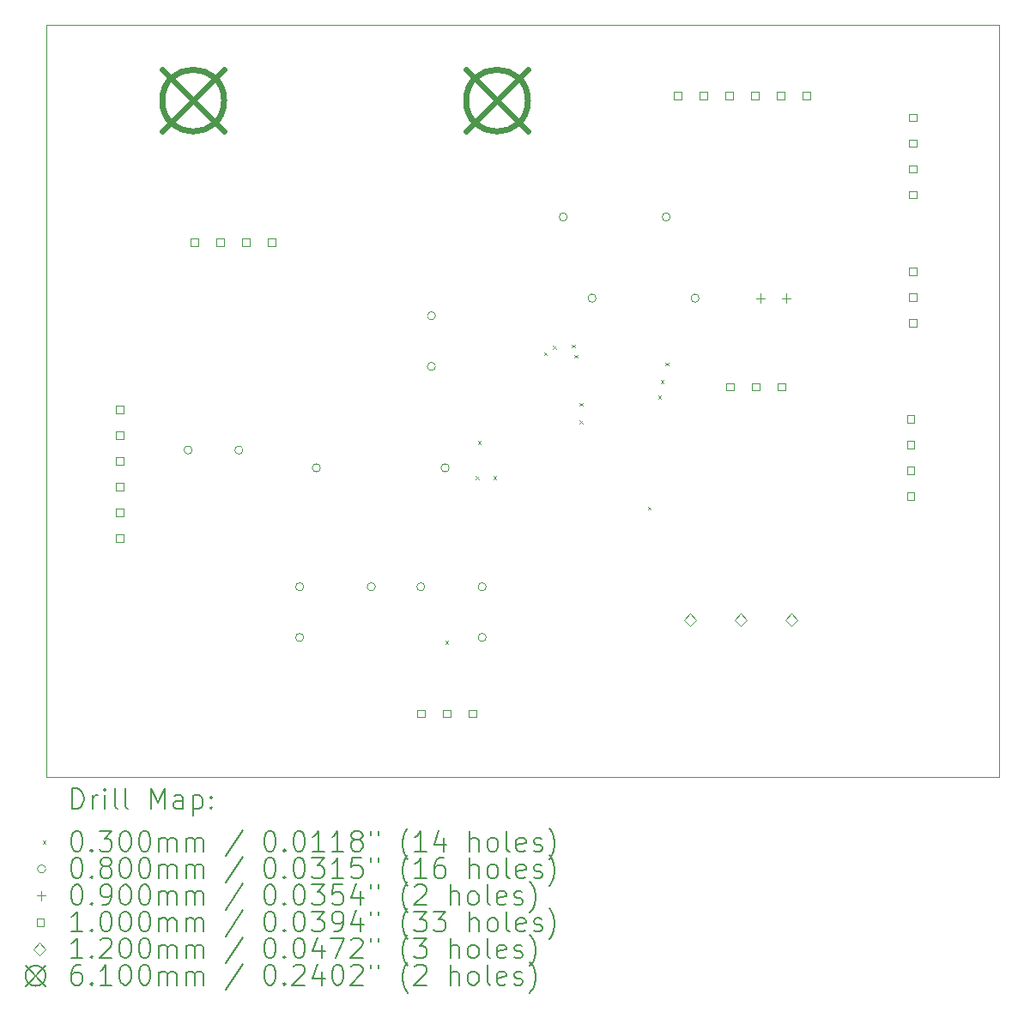
<source format=gbr>
%TF.GenerationSoftware,KiCad,Pcbnew,8.0.6*%
%TF.CreationDate,2024-11-17T19:47:22-05:00*%
%TF.ProjectId,STM32_KiCAD,53544d33-325f-44b6-9943-41442e6b6963,rev?*%
%TF.SameCoordinates,Original*%
%TF.FileFunction,Drillmap*%
%TF.FilePolarity,Positive*%
%FSLAX45Y45*%
G04 Gerber Fmt 4.5, Leading zero omitted, Abs format (unit mm)*
G04 Created by KiCad (PCBNEW 8.0.6) date 2024-11-17 19:47:22*
%MOMM*%
%LPD*%
G01*
G04 APERTURE LIST*
%ADD10C,0.100000*%
%ADD11C,0.200000*%
%ADD12C,0.120000*%
%ADD13C,0.610000*%
G04 APERTURE END LIST*
D10*
X9925000Y-5125000D02*
X19325000Y-5125000D01*
X19325000Y-12550000D01*
X9925000Y-12550000D01*
X9925000Y-5125000D01*
D11*
D10*
X13860000Y-11210000D02*
X13890000Y-11240000D01*
X13890000Y-11210000D02*
X13860000Y-11240000D01*
X14160000Y-9585000D02*
X14190000Y-9615000D01*
X14190000Y-9585000D02*
X14160000Y-9615000D01*
X14185000Y-9235000D02*
X14215000Y-9265000D01*
X14215000Y-9235000D02*
X14185000Y-9265000D01*
X14335000Y-9585000D02*
X14365000Y-9615000D01*
X14365000Y-9585000D02*
X14335000Y-9615000D01*
X14835000Y-8360000D02*
X14865000Y-8390000D01*
X14865000Y-8360000D02*
X14835000Y-8390000D01*
X14922500Y-8297500D02*
X14952500Y-8327500D01*
X14952500Y-8297500D02*
X14922500Y-8327500D01*
X15110000Y-8285000D02*
X15140000Y-8315000D01*
X15140000Y-8285000D02*
X15110000Y-8315000D01*
X15135000Y-8385000D02*
X15165000Y-8415000D01*
X15165000Y-8385000D02*
X15135000Y-8415000D01*
X15185000Y-8860000D02*
X15215000Y-8890000D01*
X15215000Y-8860000D02*
X15185000Y-8890000D01*
X15185000Y-9035000D02*
X15215000Y-9065000D01*
X15215000Y-9035000D02*
X15185000Y-9065000D01*
X15860000Y-9885000D02*
X15890000Y-9915000D01*
X15890000Y-9885000D02*
X15860000Y-9915000D01*
X15960000Y-8785000D02*
X15990000Y-8815000D01*
X15990000Y-8785000D02*
X15960000Y-8815000D01*
X15985000Y-8635000D02*
X16015000Y-8665000D01*
X16015000Y-8635000D02*
X15985000Y-8665000D01*
X16035000Y-8460000D02*
X16065000Y-8490000D01*
X16065000Y-8460000D02*
X16035000Y-8490000D01*
X11365000Y-9325000D02*
G75*
G02*
X11285000Y-9325000I-40000J0D01*
G01*
X11285000Y-9325000D02*
G75*
G02*
X11365000Y-9325000I40000J0D01*
G01*
X11865000Y-9325000D02*
G75*
G02*
X11785000Y-9325000I-40000J0D01*
G01*
X11785000Y-9325000D02*
G75*
G02*
X11865000Y-9325000I40000J0D01*
G01*
X12465000Y-10675000D02*
G75*
G02*
X12385000Y-10675000I-40000J0D01*
G01*
X12385000Y-10675000D02*
G75*
G02*
X12465000Y-10675000I40000J0D01*
G01*
X12465000Y-11175000D02*
G75*
G02*
X12385000Y-11175000I-40000J0D01*
G01*
X12385000Y-11175000D02*
G75*
G02*
X12465000Y-11175000I40000J0D01*
G01*
X12630000Y-9500000D02*
G75*
G02*
X12550000Y-9500000I-40000J0D01*
G01*
X12550000Y-9500000D02*
G75*
G02*
X12630000Y-9500000I40000J0D01*
G01*
X13172000Y-10675000D02*
G75*
G02*
X13092000Y-10675000I-40000J0D01*
G01*
X13092000Y-10675000D02*
G75*
G02*
X13172000Y-10675000I40000J0D01*
G01*
X13660000Y-10675000D02*
G75*
G02*
X13580000Y-10675000I-40000J0D01*
G01*
X13580000Y-10675000D02*
G75*
G02*
X13660000Y-10675000I40000J0D01*
G01*
X13765000Y-8000000D02*
G75*
G02*
X13685000Y-8000000I-40000J0D01*
G01*
X13685000Y-8000000D02*
G75*
G02*
X13765000Y-8000000I40000J0D01*
G01*
X13765000Y-8500000D02*
G75*
G02*
X13685000Y-8500000I-40000J0D01*
G01*
X13685000Y-8500000D02*
G75*
G02*
X13765000Y-8500000I40000J0D01*
G01*
X13900000Y-9500000D02*
G75*
G02*
X13820000Y-9500000I-40000J0D01*
G01*
X13820000Y-9500000D02*
G75*
G02*
X13900000Y-9500000I40000J0D01*
G01*
X14265000Y-10675000D02*
G75*
G02*
X14185000Y-10675000I-40000J0D01*
G01*
X14185000Y-10675000D02*
G75*
G02*
X14265000Y-10675000I40000J0D01*
G01*
X14265000Y-11175000D02*
G75*
G02*
X14185000Y-11175000I-40000J0D01*
G01*
X14185000Y-11175000D02*
G75*
G02*
X14265000Y-11175000I40000J0D01*
G01*
X15065000Y-7025000D02*
G75*
G02*
X14985000Y-7025000I-40000J0D01*
G01*
X14985000Y-7025000D02*
G75*
G02*
X15065000Y-7025000I40000J0D01*
G01*
X15349000Y-7825000D02*
G75*
G02*
X15269000Y-7825000I-40000J0D01*
G01*
X15269000Y-7825000D02*
G75*
G02*
X15349000Y-7825000I40000J0D01*
G01*
X16081000Y-7025000D02*
G75*
G02*
X16001000Y-7025000I-40000J0D01*
G01*
X16001000Y-7025000D02*
G75*
G02*
X16081000Y-7025000I40000J0D01*
G01*
X16365000Y-7825000D02*
G75*
G02*
X16285000Y-7825000I-40000J0D01*
G01*
X16285000Y-7825000D02*
G75*
G02*
X16365000Y-7825000I40000J0D01*
G01*
X16971000Y-7780000D02*
X16971000Y-7870000D01*
X16926000Y-7825000D02*
X17016000Y-7825000D01*
X17225000Y-7780000D02*
X17225000Y-7870000D01*
X17180000Y-7825000D02*
X17270000Y-7825000D01*
X10685356Y-8960356D02*
X10685356Y-8889644D01*
X10614644Y-8889644D01*
X10614644Y-8960356D01*
X10685356Y-8960356D01*
X10685356Y-9214356D02*
X10685356Y-9143644D01*
X10614644Y-9143644D01*
X10614644Y-9214356D01*
X10685356Y-9214356D01*
X10685356Y-9468356D02*
X10685356Y-9397644D01*
X10614644Y-9397644D01*
X10614644Y-9468356D01*
X10685356Y-9468356D01*
X10685356Y-9722356D02*
X10685356Y-9651644D01*
X10614644Y-9651644D01*
X10614644Y-9722356D01*
X10685356Y-9722356D01*
X10685356Y-9976356D02*
X10685356Y-9905644D01*
X10614644Y-9905644D01*
X10614644Y-9976356D01*
X10685356Y-9976356D01*
X10685356Y-10230356D02*
X10685356Y-10159644D01*
X10614644Y-10159644D01*
X10614644Y-10230356D01*
X10685356Y-10230356D01*
X11423356Y-7310356D02*
X11423356Y-7239644D01*
X11352644Y-7239644D01*
X11352644Y-7310356D01*
X11423356Y-7310356D01*
X11677356Y-7310356D02*
X11677356Y-7239644D01*
X11606644Y-7239644D01*
X11606644Y-7310356D01*
X11677356Y-7310356D01*
X11931356Y-7310356D02*
X11931356Y-7239644D01*
X11860644Y-7239644D01*
X11860644Y-7310356D01*
X11931356Y-7310356D01*
X12185356Y-7310356D02*
X12185356Y-7239644D01*
X12114644Y-7239644D01*
X12114644Y-7310356D01*
X12185356Y-7310356D01*
X13656356Y-11960356D02*
X13656356Y-11889644D01*
X13585644Y-11889644D01*
X13585644Y-11960356D01*
X13656356Y-11960356D01*
X13910356Y-11960356D02*
X13910356Y-11889644D01*
X13839644Y-11889644D01*
X13839644Y-11960356D01*
X13910356Y-11960356D01*
X14164356Y-11960356D02*
X14164356Y-11889644D01*
X14093644Y-11889644D01*
X14093644Y-11960356D01*
X14164356Y-11960356D01*
X16190356Y-5860356D02*
X16190356Y-5789644D01*
X16119644Y-5789644D01*
X16119644Y-5860356D01*
X16190356Y-5860356D01*
X16444356Y-5860356D02*
X16444356Y-5789644D01*
X16373644Y-5789644D01*
X16373644Y-5860356D01*
X16444356Y-5860356D01*
X16698356Y-5860356D02*
X16698356Y-5789644D01*
X16627644Y-5789644D01*
X16627644Y-5860356D01*
X16698356Y-5860356D01*
X16704856Y-8735356D02*
X16704856Y-8664644D01*
X16634144Y-8664644D01*
X16634144Y-8735356D01*
X16704856Y-8735356D01*
X16952356Y-5860356D02*
X16952356Y-5789644D01*
X16881644Y-5789644D01*
X16881644Y-5860356D01*
X16952356Y-5860356D01*
X16958856Y-8735356D02*
X16958856Y-8664644D01*
X16888144Y-8664644D01*
X16888144Y-8735356D01*
X16958856Y-8735356D01*
X17206356Y-5860356D02*
X17206356Y-5789644D01*
X17135644Y-5789644D01*
X17135644Y-5860356D01*
X17206356Y-5860356D01*
X17212856Y-8735356D02*
X17212856Y-8664644D01*
X17142144Y-8664644D01*
X17142144Y-8735356D01*
X17212856Y-8735356D01*
X17460356Y-5860356D02*
X17460356Y-5789644D01*
X17389644Y-5789644D01*
X17389644Y-5860356D01*
X17460356Y-5860356D01*
X18485356Y-9053356D02*
X18485356Y-8982644D01*
X18414644Y-8982644D01*
X18414644Y-9053356D01*
X18485356Y-9053356D01*
X18485356Y-9307356D02*
X18485356Y-9236644D01*
X18414644Y-9236644D01*
X18414644Y-9307356D01*
X18485356Y-9307356D01*
X18485356Y-9561356D02*
X18485356Y-9490644D01*
X18414644Y-9490644D01*
X18414644Y-9561356D01*
X18485356Y-9561356D01*
X18485356Y-9815356D02*
X18485356Y-9744644D01*
X18414644Y-9744644D01*
X18414644Y-9815356D01*
X18485356Y-9815356D01*
X18510356Y-6078356D02*
X18510356Y-6007644D01*
X18439644Y-6007644D01*
X18439644Y-6078356D01*
X18510356Y-6078356D01*
X18510356Y-6332356D02*
X18510356Y-6261644D01*
X18439644Y-6261644D01*
X18439644Y-6332356D01*
X18510356Y-6332356D01*
X18510356Y-6586356D02*
X18510356Y-6515644D01*
X18439644Y-6515644D01*
X18439644Y-6586356D01*
X18510356Y-6586356D01*
X18510356Y-6840356D02*
X18510356Y-6769644D01*
X18439644Y-6769644D01*
X18439644Y-6840356D01*
X18510356Y-6840356D01*
X18510356Y-7598356D02*
X18510356Y-7527644D01*
X18439644Y-7527644D01*
X18439644Y-7598356D01*
X18510356Y-7598356D01*
X18510356Y-7852356D02*
X18510356Y-7781644D01*
X18439644Y-7781644D01*
X18439644Y-7852356D01*
X18510356Y-7852356D01*
X18510356Y-8106356D02*
X18510356Y-8035644D01*
X18439644Y-8035644D01*
X18439644Y-8106356D01*
X18510356Y-8106356D01*
D12*
X16275000Y-11060000D02*
X16335000Y-11000000D01*
X16275000Y-10940000D01*
X16215000Y-11000000D01*
X16275000Y-11060000D01*
X16775000Y-11060000D02*
X16835000Y-11000000D01*
X16775000Y-10940000D01*
X16715000Y-11000000D01*
X16775000Y-11060000D01*
X17275000Y-11060000D02*
X17335000Y-11000000D01*
X17275000Y-10940000D01*
X17215000Y-11000000D01*
X17275000Y-11060000D01*
D13*
X11070000Y-5570000D02*
X11680000Y-6180000D01*
X11680000Y-5570000D02*
X11070000Y-6180000D01*
X11680000Y-5875000D02*
G75*
G02*
X11070000Y-5875000I-305000J0D01*
G01*
X11070000Y-5875000D02*
G75*
G02*
X11680000Y-5875000I305000J0D01*
G01*
X14067000Y-5570000D02*
X14677000Y-6180000D01*
X14677000Y-5570000D02*
X14067000Y-6180000D01*
X14677000Y-5875000D02*
G75*
G02*
X14067000Y-5875000I-305000J0D01*
G01*
X14067000Y-5875000D02*
G75*
G02*
X14677000Y-5875000I305000J0D01*
G01*
D11*
X10180777Y-12866484D02*
X10180777Y-12666484D01*
X10180777Y-12666484D02*
X10228396Y-12666484D01*
X10228396Y-12666484D02*
X10256967Y-12676008D01*
X10256967Y-12676008D02*
X10276015Y-12695055D01*
X10276015Y-12695055D02*
X10285539Y-12714103D01*
X10285539Y-12714103D02*
X10295063Y-12752198D01*
X10295063Y-12752198D02*
X10295063Y-12780769D01*
X10295063Y-12780769D02*
X10285539Y-12818865D01*
X10285539Y-12818865D02*
X10276015Y-12837912D01*
X10276015Y-12837912D02*
X10256967Y-12856960D01*
X10256967Y-12856960D02*
X10228396Y-12866484D01*
X10228396Y-12866484D02*
X10180777Y-12866484D01*
X10380777Y-12866484D02*
X10380777Y-12733150D01*
X10380777Y-12771246D02*
X10390301Y-12752198D01*
X10390301Y-12752198D02*
X10399824Y-12742674D01*
X10399824Y-12742674D02*
X10418872Y-12733150D01*
X10418872Y-12733150D02*
X10437920Y-12733150D01*
X10504586Y-12866484D02*
X10504586Y-12733150D01*
X10504586Y-12666484D02*
X10495063Y-12676008D01*
X10495063Y-12676008D02*
X10504586Y-12685531D01*
X10504586Y-12685531D02*
X10514110Y-12676008D01*
X10514110Y-12676008D02*
X10504586Y-12666484D01*
X10504586Y-12666484D02*
X10504586Y-12685531D01*
X10628396Y-12866484D02*
X10609348Y-12856960D01*
X10609348Y-12856960D02*
X10599824Y-12837912D01*
X10599824Y-12837912D02*
X10599824Y-12666484D01*
X10733158Y-12866484D02*
X10714110Y-12856960D01*
X10714110Y-12856960D02*
X10704586Y-12837912D01*
X10704586Y-12837912D02*
X10704586Y-12666484D01*
X10961729Y-12866484D02*
X10961729Y-12666484D01*
X10961729Y-12666484D02*
X11028396Y-12809341D01*
X11028396Y-12809341D02*
X11095063Y-12666484D01*
X11095063Y-12666484D02*
X11095063Y-12866484D01*
X11276015Y-12866484D02*
X11276015Y-12761722D01*
X11276015Y-12761722D02*
X11266491Y-12742674D01*
X11266491Y-12742674D02*
X11247443Y-12733150D01*
X11247443Y-12733150D02*
X11209348Y-12733150D01*
X11209348Y-12733150D02*
X11190301Y-12742674D01*
X11276015Y-12856960D02*
X11256967Y-12866484D01*
X11256967Y-12866484D02*
X11209348Y-12866484D01*
X11209348Y-12866484D02*
X11190301Y-12856960D01*
X11190301Y-12856960D02*
X11180777Y-12837912D01*
X11180777Y-12837912D02*
X11180777Y-12818865D01*
X11180777Y-12818865D02*
X11190301Y-12799817D01*
X11190301Y-12799817D02*
X11209348Y-12790293D01*
X11209348Y-12790293D02*
X11256967Y-12790293D01*
X11256967Y-12790293D02*
X11276015Y-12780769D01*
X11371253Y-12733150D02*
X11371253Y-12933150D01*
X11371253Y-12742674D02*
X11390301Y-12733150D01*
X11390301Y-12733150D02*
X11428396Y-12733150D01*
X11428396Y-12733150D02*
X11447443Y-12742674D01*
X11447443Y-12742674D02*
X11456967Y-12752198D01*
X11456967Y-12752198D02*
X11466491Y-12771246D01*
X11466491Y-12771246D02*
X11466491Y-12828388D01*
X11466491Y-12828388D02*
X11456967Y-12847436D01*
X11456967Y-12847436D02*
X11447443Y-12856960D01*
X11447443Y-12856960D02*
X11428396Y-12866484D01*
X11428396Y-12866484D02*
X11390301Y-12866484D01*
X11390301Y-12866484D02*
X11371253Y-12856960D01*
X11552205Y-12847436D02*
X11561729Y-12856960D01*
X11561729Y-12856960D02*
X11552205Y-12866484D01*
X11552205Y-12866484D02*
X11542682Y-12856960D01*
X11542682Y-12856960D02*
X11552205Y-12847436D01*
X11552205Y-12847436D02*
X11552205Y-12866484D01*
X11552205Y-12742674D02*
X11561729Y-12752198D01*
X11561729Y-12752198D02*
X11552205Y-12761722D01*
X11552205Y-12761722D02*
X11542682Y-12752198D01*
X11542682Y-12752198D02*
X11552205Y-12742674D01*
X11552205Y-12742674D02*
X11552205Y-12761722D01*
D10*
X9890000Y-13180000D02*
X9920000Y-13210000D01*
X9920000Y-13180000D02*
X9890000Y-13210000D01*
D11*
X10218872Y-13086484D02*
X10237920Y-13086484D01*
X10237920Y-13086484D02*
X10256967Y-13096008D01*
X10256967Y-13096008D02*
X10266491Y-13105531D01*
X10266491Y-13105531D02*
X10276015Y-13124579D01*
X10276015Y-13124579D02*
X10285539Y-13162674D01*
X10285539Y-13162674D02*
X10285539Y-13210293D01*
X10285539Y-13210293D02*
X10276015Y-13248388D01*
X10276015Y-13248388D02*
X10266491Y-13267436D01*
X10266491Y-13267436D02*
X10256967Y-13276960D01*
X10256967Y-13276960D02*
X10237920Y-13286484D01*
X10237920Y-13286484D02*
X10218872Y-13286484D01*
X10218872Y-13286484D02*
X10199824Y-13276960D01*
X10199824Y-13276960D02*
X10190301Y-13267436D01*
X10190301Y-13267436D02*
X10180777Y-13248388D01*
X10180777Y-13248388D02*
X10171253Y-13210293D01*
X10171253Y-13210293D02*
X10171253Y-13162674D01*
X10171253Y-13162674D02*
X10180777Y-13124579D01*
X10180777Y-13124579D02*
X10190301Y-13105531D01*
X10190301Y-13105531D02*
X10199824Y-13096008D01*
X10199824Y-13096008D02*
X10218872Y-13086484D01*
X10371253Y-13267436D02*
X10380777Y-13276960D01*
X10380777Y-13276960D02*
X10371253Y-13286484D01*
X10371253Y-13286484D02*
X10361729Y-13276960D01*
X10361729Y-13276960D02*
X10371253Y-13267436D01*
X10371253Y-13267436D02*
X10371253Y-13286484D01*
X10447444Y-13086484D02*
X10571253Y-13086484D01*
X10571253Y-13086484D02*
X10504586Y-13162674D01*
X10504586Y-13162674D02*
X10533158Y-13162674D01*
X10533158Y-13162674D02*
X10552205Y-13172198D01*
X10552205Y-13172198D02*
X10561729Y-13181722D01*
X10561729Y-13181722D02*
X10571253Y-13200769D01*
X10571253Y-13200769D02*
X10571253Y-13248388D01*
X10571253Y-13248388D02*
X10561729Y-13267436D01*
X10561729Y-13267436D02*
X10552205Y-13276960D01*
X10552205Y-13276960D02*
X10533158Y-13286484D01*
X10533158Y-13286484D02*
X10476015Y-13286484D01*
X10476015Y-13286484D02*
X10456967Y-13276960D01*
X10456967Y-13276960D02*
X10447444Y-13267436D01*
X10695063Y-13086484D02*
X10714110Y-13086484D01*
X10714110Y-13086484D02*
X10733158Y-13096008D01*
X10733158Y-13096008D02*
X10742682Y-13105531D01*
X10742682Y-13105531D02*
X10752205Y-13124579D01*
X10752205Y-13124579D02*
X10761729Y-13162674D01*
X10761729Y-13162674D02*
X10761729Y-13210293D01*
X10761729Y-13210293D02*
X10752205Y-13248388D01*
X10752205Y-13248388D02*
X10742682Y-13267436D01*
X10742682Y-13267436D02*
X10733158Y-13276960D01*
X10733158Y-13276960D02*
X10714110Y-13286484D01*
X10714110Y-13286484D02*
X10695063Y-13286484D01*
X10695063Y-13286484D02*
X10676015Y-13276960D01*
X10676015Y-13276960D02*
X10666491Y-13267436D01*
X10666491Y-13267436D02*
X10656967Y-13248388D01*
X10656967Y-13248388D02*
X10647444Y-13210293D01*
X10647444Y-13210293D02*
X10647444Y-13162674D01*
X10647444Y-13162674D02*
X10656967Y-13124579D01*
X10656967Y-13124579D02*
X10666491Y-13105531D01*
X10666491Y-13105531D02*
X10676015Y-13096008D01*
X10676015Y-13096008D02*
X10695063Y-13086484D01*
X10885539Y-13086484D02*
X10904586Y-13086484D01*
X10904586Y-13086484D02*
X10923634Y-13096008D01*
X10923634Y-13096008D02*
X10933158Y-13105531D01*
X10933158Y-13105531D02*
X10942682Y-13124579D01*
X10942682Y-13124579D02*
X10952205Y-13162674D01*
X10952205Y-13162674D02*
X10952205Y-13210293D01*
X10952205Y-13210293D02*
X10942682Y-13248388D01*
X10942682Y-13248388D02*
X10933158Y-13267436D01*
X10933158Y-13267436D02*
X10923634Y-13276960D01*
X10923634Y-13276960D02*
X10904586Y-13286484D01*
X10904586Y-13286484D02*
X10885539Y-13286484D01*
X10885539Y-13286484D02*
X10866491Y-13276960D01*
X10866491Y-13276960D02*
X10856967Y-13267436D01*
X10856967Y-13267436D02*
X10847444Y-13248388D01*
X10847444Y-13248388D02*
X10837920Y-13210293D01*
X10837920Y-13210293D02*
X10837920Y-13162674D01*
X10837920Y-13162674D02*
X10847444Y-13124579D01*
X10847444Y-13124579D02*
X10856967Y-13105531D01*
X10856967Y-13105531D02*
X10866491Y-13096008D01*
X10866491Y-13096008D02*
X10885539Y-13086484D01*
X11037920Y-13286484D02*
X11037920Y-13153150D01*
X11037920Y-13172198D02*
X11047444Y-13162674D01*
X11047444Y-13162674D02*
X11066491Y-13153150D01*
X11066491Y-13153150D02*
X11095063Y-13153150D01*
X11095063Y-13153150D02*
X11114110Y-13162674D01*
X11114110Y-13162674D02*
X11123634Y-13181722D01*
X11123634Y-13181722D02*
X11123634Y-13286484D01*
X11123634Y-13181722D02*
X11133158Y-13162674D01*
X11133158Y-13162674D02*
X11152205Y-13153150D01*
X11152205Y-13153150D02*
X11180777Y-13153150D01*
X11180777Y-13153150D02*
X11199824Y-13162674D01*
X11199824Y-13162674D02*
X11209348Y-13181722D01*
X11209348Y-13181722D02*
X11209348Y-13286484D01*
X11304586Y-13286484D02*
X11304586Y-13153150D01*
X11304586Y-13172198D02*
X11314110Y-13162674D01*
X11314110Y-13162674D02*
X11333158Y-13153150D01*
X11333158Y-13153150D02*
X11361729Y-13153150D01*
X11361729Y-13153150D02*
X11380777Y-13162674D01*
X11380777Y-13162674D02*
X11390301Y-13181722D01*
X11390301Y-13181722D02*
X11390301Y-13286484D01*
X11390301Y-13181722D02*
X11399824Y-13162674D01*
X11399824Y-13162674D02*
X11418872Y-13153150D01*
X11418872Y-13153150D02*
X11447443Y-13153150D01*
X11447443Y-13153150D02*
X11466491Y-13162674D01*
X11466491Y-13162674D02*
X11476015Y-13181722D01*
X11476015Y-13181722D02*
X11476015Y-13286484D01*
X11866491Y-13076960D02*
X11695063Y-13334103D01*
X12123634Y-13086484D02*
X12142682Y-13086484D01*
X12142682Y-13086484D02*
X12161729Y-13096008D01*
X12161729Y-13096008D02*
X12171253Y-13105531D01*
X12171253Y-13105531D02*
X12180777Y-13124579D01*
X12180777Y-13124579D02*
X12190301Y-13162674D01*
X12190301Y-13162674D02*
X12190301Y-13210293D01*
X12190301Y-13210293D02*
X12180777Y-13248388D01*
X12180777Y-13248388D02*
X12171253Y-13267436D01*
X12171253Y-13267436D02*
X12161729Y-13276960D01*
X12161729Y-13276960D02*
X12142682Y-13286484D01*
X12142682Y-13286484D02*
X12123634Y-13286484D01*
X12123634Y-13286484D02*
X12104586Y-13276960D01*
X12104586Y-13276960D02*
X12095063Y-13267436D01*
X12095063Y-13267436D02*
X12085539Y-13248388D01*
X12085539Y-13248388D02*
X12076015Y-13210293D01*
X12076015Y-13210293D02*
X12076015Y-13162674D01*
X12076015Y-13162674D02*
X12085539Y-13124579D01*
X12085539Y-13124579D02*
X12095063Y-13105531D01*
X12095063Y-13105531D02*
X12104586Y-13096008D01*
X12104586Y-13096008D02*
X12123634Y-13086484D01*
X12276015Y-13267436D02*
X12285539Y-13276960D01*
X12285539Y-13276960D02*
X12276015Y-13286484D01*
X12276015Y-13286484D02*
X12266491Y-13276960D01*
X12266491Y-13276960D02*
X12276015Y-13267436D01*
X12276015Y-13267436D02*
X12276015Y-13286484D01*
X12409348Y-13086484D02*
X12428396Y-13086484D01*
X12428396Y-13086484D02*
X12447444Y-13096008D01*
X12447444Y-13096008D02*
X12456967Y-13105531D01*
X12456967Y-13105531D02*
X12466491Y-13124579D01*
X12466491Y-13124579D02*
X12476015Y-13162674D01*
X12476015Y-13162674D02*
X12476015Y-13210293D01*
X12476015Y-13210293D02*
X12466491Y-13248388D01*
X12466491Y-13248388D02*
X12456967Y-13267436D01*
X12456967Y-13267436D02*
X12447444Y-13276960D01*
X12447444Y-13276960D02*
X12428396Y-13286484D01*
X12428396Y-13286484D02*
X12409348Y-13286484D01*
X12409348Y-13286484D02*
X12390301Y-13276960D01*
X12390301Y-13276960D02*
X12380777Y-13267436D01*
X12380777Y-13267436D02*
X12371253Y-13248388D01*
X12371253Y-13248388D02*
X12361729Y-13210293D01*
X12361729Y-13210293D02*
X12361729Y-13162674D01*
X12361729Y-13162674D02*
X12371253Y-13124579D01*
X12371253Y-13124579D02*
X12380777Y-13105531D01*
X12380777Y-13105531D02*
X12390301Y-13096008D01*
X12390301Y-13096008D02*
X12409348Y-13086484D01*
X12666491Y-13286484D02*
X12552206Y-13286484D01*
X12609348Y-13286484D02*
X12609348Y-13086484D01*
X12609348Y-13086484D02*
X12590301Y-13115055D01*
X12590301Y-13115055D02*
X12571253Y-13134103D01*
X12571253Y-13134103D02*
X12552206Y-13143627D01*
X12856967Y-13286484D02*
X12742682Y-13286484D01*
X12799825Y-13286484D02*
X12799825Y-13086484D01*
X12799825Y-13086484D02*
X12780777Y-13115055D01*
X12780777Y-13115055D02*
X12761729Y-13134103D01*
X12761729Y-13134103D02*
X12742682Y-13143627D01*
X12971253Y-13172198D02*
X12952206Y-13162674D01*
X12952206Y-13162674D02*
X12942682Y-13153150D01*
X12942682Y-13153150D02*
X12933158Y-13134103D01*
X12933158Y-13134103D02*
X12933158Y-13124579D01*
X12933158Y-13124579D02*
X12942682Y-13105531D01*
X12942682Y-13105531D02*
X12952206Y-13096008D01*
X12952206Y-13096008D02*
X12971253Y-13086484D01*
X12971253Y-13086484D02*
X13009348Y-13086484D01*
X13009348Y-13086484D02*
X13028396Y-13096008D01*
X13028396Y-13096008D02*
X13037920Y-13105531D01*
X13037920Y-13105531D02*
X13047444Y-13124579D01*
X13047444Y-13124579D02*
X13047444Y-13134103D01*
X13047444Y-13134103D02*
X13037920Y-13153150D01*
X13037920Y-13153150D02*
X13028396Y-13162674D01*
X13028396Y-13162674D02*
X13009348Y-13172198D01*
X13009348Y-13172198D02*
X12971253Y-13172198D01*
X12971253Y-13172198D02*
X12952206Y-13181722D01*
X12952206Y-13181722D02*
X12942682Y-13191246D01*
X12942682Y-13191246D02*
X12933158Y-13210293D01*
X12933158Y-13210293D02*
X12933158Y-13248388D01*
X12933158Y-13248388D02*
X12942682Y-13267436D01*
X12942682Y-13267436D02*
X12952206Y-13276960D01*
X12952206Y-13276960D02*
X12971253Y-13286484D01*
X12971253Y-13286484D02*
X13009348Y-13286484D01*
X13009348Y-13286484D02*
X13028396Y-13276960D01*
X13028396Y-13276960D02*
X13037920Y-13267436D01*
X13037920Y-13267436D02*
X13047444Y-13248388D01*
X13047444Y-13248388D02*
X13047444Y-13210293D01*
X13047444Y-13210293D02*
X13037920Y-13191246D01*
X13037920Y-13191246D02*
X13028396Y-13181722D01*
X13028396Y-13181722D02*
X13009348Y-13172198D01*
X13123634Y-13086484D02*
X13123634Y-13124579D01*
X13199825Y-13086484D02*
X13199825Y-13124579D01*
X13495063Y-13362674D02*
X13485539Y-13353150D01*
X13485539Y-13353150D02*
X13466491Y-13324579D01*
X13466491Y-13324579D02*
X13456968Y-13305531D01*
X13456968Y-13305531D02*
X13447444Y-13276960D01*
X13447444Y-13276960D02*
X13437920Y-13229341D01*
X13437920Y-13229341D02*
X13437920Y-13191246D01*
X13437920Y-13191246D02*
X13447444Y-13143627D01*
X13447444Y-13143627D02*
X13456968Y-13115055D01*
X13456968Y-13115055D02*
X13466491Y-13096008D01*
X13466491Y-13096008D02*
X13485539Y-13067436D01*
X13485539Y-13067436D02*
X13495063Y-13057912D01*
X13676015Y-13286484D02*
X13561729Y-13286484D01*
X13618872Y-13286484D02*
X13618872Y-13086484D01*
X13618872Y-13086484D02*
X13599825Y-13115055D01*
X13599825Y-13115055D02*
X13580777Y-13134103D01*
X13580777Y-13134103D02*
X13561729Y-13143627D01*
X13847444Y-13153150D02*
X13847444Y-13286484D01*
X13799825Y-13076960D02*
X13752206Y-13219817D01*
X13752206Y-13219817D02*
X13876015Y-13219817D01*
X14104587Y-13286484D02*
X14104587Y-13086484D01*
X14190301Y-13286484D02*
X14190301Y-13181722D01*
X14190301Y-13181722D02*
X14180777Y-13162674D01*
X14180777Y-13162674D02*
X14161730Y-13153150D01*
X14161730Y-13153150D02*
X14133158Y-13153150D01*
X14133158Y-13153150D02*
X14114110Y-13162674D01*
X14114110Y-13162674D02*
X14104587Y-13172198D01*
X14314110Y-13286484D02*
X14295063Y-13276960D01*
X14295063Y-13276960D02*
X14285539Y-13267436D01*
X14285539Y-13267436D02*
X14276015Y-13248388D01*
X14276015Y-13248388D02*
X14276015Y-13191246D01*
X14276015Y-13191246D02*
X14285539Y-13172198D01*
X14285539Y-13172198D02*
X14295063Y-13162674D01*
X14295063Y-13162674D02*
X14314110Y-13153150D01*
X14314110Y-13153150D02*
X14342682Y-13153150D01*
X14342682Y-13153150D02*
X14361730Y-13162674D01*
X14361730Y-13162674D02*
X14371253Y-13172198D01*
X14371253Y-13172198D02*
X14380777Y-13191246D01*
X14380777Y-13191246D02*
X14380777Y-13248388D01*
X14380777Y-13248388D02*
X14371253Y-13267436D01*
X14371253Y-13267436D02*
X14361730Y-13276960D01*
X14361730Y-13276960D02*
X14342682Y-13286484D01*
X14342682Y-13286484D02*
X14314110Y-13286484D01*
X14495063Y-13286484D02*
X14476015Y-13276960D01*
X14476015Y-13276960D02*
X14466491Y-13257912D01*
X14466491Y-13257912D02*
X14466491Y-13086484D01*
X14647444Y-13276960D02*
X14628396Y-13286484D01*
X14628396Y-13286484D02*
X14590301Y-13286484D01*
X14590301Y-13286484D02*
X14571253Y-13276960D01*
X14571253Y-13276960D02*
X14561730Y-13257912D01*
X14561730Y-13257912D02*
X14561730Y-13181722D01*
X14561730Y-13181722D02*
X14571253Y-13162674D01*
X14571253Y-13162674D02*
X14590301Y-13153150D01*
X14590301Y-13153150D02*
X14628396Y-13153150D01*
X14628396Y-13153150D02*
X14647444Y-13162674D01*
X14647444Y-13162674D02*
X14656968Y-13181722D01*
X14656968Y-13181722D02*
X14656968Y-13200769D01*
X14656968Y-13200769D02*
X14561730Y-13219817D01*
X14733158Y-13276960D02*
X14752206Y-13286484D01*
X14752206Y-13286484D02*
X14790301Y-13286484D01*
X14790301Y-13286484D02*
X14809349Y-13276960D01*
X14809349Y-13276960D02*
X14818872Y-13257912D01*
X14818872Y-13257912D02*
X14818872Y-13248388D01*
X14818872Y-13248388D02*
X14809349Y-13229341D01*
X14809349Y-13229341D02*
X14790301Y-13219817D01*
X14790301Y-13219817D02*
X14761730Y-13219817D01*
X14761730Y-13219817D02*
X14742682Y-13210293D01*
X14742682Y-13210293D02*
X14733158Y-13191246D01*
X14733158Y-13191246D02*
X14733158Y-13181722D01*
X14733158Y-13181722D02*
X14742682Y-13162674D01*
X14742682Y-13162674D02*
X14761730Y-13153150D01*
X14761730Y-13153150D02*
X14790301Y-13153150D01*
X14790301Y-13153150D02*
X14809349Y-13162674D01*
X14885539Y-13362674D02*
X14895063Y-13353150D01*
X14895063Y-13353150D02*
X14914111Y-13324579D01*
X14914111Y-13324579D02*
X14923634Y-13305531D01*
X14923634Y-13305531D02*
X14933158Y-13276960D01*
X14933158Y-13276960D02*
X14942682Y-13229341D01*
X14942682Y-13229341D02*
X14942682Y-13191246D01*
X14942682Y-13191246D02*
X14933158Y-13143627D01*
X14933158Y-13143627D02*
X14923634Y-13115055D01*
X14923634Y-13115055D02*
X14914111Y-13096008D01*
X14914111Y-13096008D02*
X14895063Y-13067436D01*
X14895063Y-13067436D02*
X14885539Y-13057912D01*
D10*
X9920000Y-13459000D02*
G75*
G02*
X9840000Y-13459000I-40000J0D01*
G01*
X9840000Y-13459000D02*
G75*
G02*
X9920000Y-13459000I40000J0D01*
G01*
D11*
X10218872Y-13350484D02*
X10237920Y-13350484D01*
X10237920Y-13350484D02*
X10256967Y-13360008D01*
X10256967Y-13360008D02*
X10266491Y-13369531D01*
X10266491Y-13369531D02*
X10276015Y-13388579D01*
X10276015Y-13388579D02*
X10285539Y-13426674D01*
X10285539Y-13426674D02*
X10285539Y-13474293D01*
X10285539Y-13474293D02*
X10276015Y-13512388D01*
X10276015Y-13512388D02*
X10266491Y-13531436D01*
X10266491Y-13531436D02*
X10256967Y-13540960D01*
X10256967Y-13540960D02*
X10237920Y-13550484D01*
X10237920Y-13550484D02*
X10218872Y-13550484D01*
X10218872Y-13550484D02*
X10199824Y-13540960D01*
X10199824Y-13540960D02*
X10190301Y-13531436D01*
X10190301Y-13531436D02*
X10180777Y-13512388D01*
X10180777Y-13512388D02*
X10171253Y-13474293D01*
X10171253Y-13474293D02*
X10171253Y-13426674D01*
X10171253Y-13426674D02*
X10180777Y-13388579D01*
X10180777Y-13388579D02*
X10190301Y-13369531D01*
X10190301Y-13369531D02*
X10199824Y-13360008D01*
X10199824Y-13360008D02*
X10218872Y-13350484D01*
X10371253Y-13531436D02*
X10380777Y-13540960D01*
X10380777Y-13540960D02*
X10371253Y-13550484D01*
X10371253Y-13550484D02*
X10361729Y-13540960D01*
X10361729Y-13540960D02*
X10371253Y-13531436D01*
X10371253Y-13531436D02*
X10371253Y-13550484D01*
X10495063Y-13436198D02*
X10476015Y-13426674D01*
X10476015Y-13426674D02*
X10466491Y-13417150D01*
X10466491Y-13417150D02*
X10456967Y-13398103D01*
X10456967Y-13398103D02*
X10456967Y-13388579D01*
X10456967Y-13388579D02*
X10466491Y-13369531D01*
X10466491Y-13369531D02*
X10476015Y-13360008D01*
X10476015Y-13360008D02*
X10495063Y-13350484D01*
X10495063Y-13350484D02*
X10533158Y-13350484D01*
X10533158Y-13350484D02*
X10552205Y-13360008D01*
X10552205Y-13360008D02*
X10561729Y-13369531D01*
X10561729Y-13369531D02*
X10571253Y-13388579D01*
X10571253Y-13388579D02*
X10571253Y-13398103D01*
X10571253Y-13398103D02*
X10561729Y-13417150D01*
X10561729Y-13417150D02*
X10552205Y-13426674D01*
X10552205Y-13426674D02*
X10533158Y-13436198D01*
X10533158Y-13436198D02*
X10495063Y-13436198D01*
X10495063Y-13436198D02*
X10476015Y-13445722D01*
X10476015Y-13445722D02*
X10466491Y-13455246D01*
X10466491Y-13455246D02*
X10456967Y-13474293D01*
X10456967Y-13474293D02*
X10456967Y-13512388D01*
X10456967Y-13512388D02*
X10466491Y-13531436D01*
X10466491Y-13531436D02*
X10476015Y-13540960D01*
X10476015Y-13540960D02*
X10495063Y-13550484D01*
X10495063Y-13550484D02*
X10533158Y-13550484D01*
X10533158Y-13550484D02*
X10552205Y-13540960D01*
X10552205Y-13540960D02*
X10561729Y-13531436D01*
X10561729Y-13531436D02*
X10571253Y-13512388D01*
X10571253Y-13512388D02*
X10571253Y-13474293D01*
X10571253Y-13474293D02*
X10561729Y-13455246D01*
X10561729Y-13455246D02*
X10552205Y-13445722D01*
X10552205Y-13445722D02*
X10533158Y-13436198D01*
X10695063Y-13350484D02*
X10714110Y-13350484D01*
X10714110Y-13350484D02*
X10733158Y-13360008D01*
X10733158Y-13360008D02*
X10742682Y-13369531D01*
X10742682Y-13369531D02*
X10752205Y-13388579D01*
X10752205Y-13388579D02*
X10761729Y-13426674D01*
X10761729Y-13426674D02*
X10761729Y-13474293D01*
X10761729Y-13474293D02*
X10752205Y-13512388D01*
X10752205Y-13512388D02*
X10742682Y-13531436D01*
X10742682Y-13531436D02*
X10733158Y-13540960D01*
X10733158Y-13540960D02*
X10714110Y-13550484D01*
X10714110Y-13550484D02*
X10695063Y-13550484D01*
X10695063Y-13550484D02*
X10676015Y-13540960D01*
X10676015Y-13540960D02*
X10666491Y-13531436D01*
X10666491Y-13531436D02*
X10656967Y-13512388D01*
X10656967Y-13512388D02*
X10647444Y-13474293D01*
X10647444Y-13474293D02*
X10647444Y-13426674D01*
X10647444Y-13426674D02*
X10656967Y-13388579D01*
X10656967Y-13388579D02*
X10666491Y-13369531D01*
X10666491Y-13369531D02*
X10676015Y-13360008D01*
X10676015Y-13360008D02*
X10695063Y-13350484D01*
X10885539Y-13350484D02*
X10904586Y-13350484D01*
X10904586Y-13350484D02*
X10923634Y-13360008D01*
X10923634Y-13360008D02*
X10933158Y-13369531D01*
X10933158Y-13369531D02*
X10942682Y-13388579D01*
X10942682Y-13388579D02*
X10952205Y-13426674D01*
X10952205Y-13426674D02*
X10952205Y-13474293D01*
X10952205Y-13474293D02*
X10942682Y-13512388D01*
X10942682Y-13512388D02*
X10933158Y-13531436D01*
X10933158Y-13531436D02*
X10923634Y-13540960D01*
X10923634Y-13540960D02*
X10904586Y-13550484D01*
X10904586Y-13550484D02*
X10885539Y-13550484D01*
X10885539Y-13550484D02*
X10866491Y-13540960D01*
X10866491Y-13540960D02*
X10856967Y-13531436D01*
X10856967Y-13531436D02*
X10847444Y-13512388D01*
X10847444Y-13512388D02*
X10837920Y-13474293D01*
X10837920Y-13474293D02*
X10837920Y-13426674D01*
X10837920Y-13426674D02*
X10847444Y-13388579D01*
X10847444Y-13388579D02*
X10856967Y-13369531D01*
X10856967Y-13369531D02*
X10866491Y-13360008D01*
X10866491Y-13360008D02*
X10885539Y-13350484D01*
X11037920Y-13550484D02*
X11037920Y-13417150D01*
X11037920Y-13436198D02*
X11047444Y-13426674D01*
X11047444Y-13426674D02*
X11066491Y-13417150D01*
X11066491Y-13417150D02*
X11095063Y-13417150D01*
X11095063Y-13417150D02*
X11114110Y-13426674D01*
X11114110Y-13426674D02*
X11123634Y-13445722D01*
X11123634Y-13445722D02*
X11123634Y-13550484D01*
X11123634Y-13445722D02*
X11133158Y-13426674D01*
X11133158Y-13426674D02*
X11152205Y-13417150D01*
X11152205Y-13417150D02*
X11180777Y-13417150D01*
X11180777Y-13417150D02*
X11199824Y-13426674D01*
X11199824Y-13426674D02*
X11209348Y-13445722D01*
X11209348Y-13445722D02*
X11209348Y-13550484D01*
X11304586Y-13550484D02*
X11304586Y-13417150D01*
X11304586Y-13436198D02*
X11314110Y-13426674D01*
X11314110Y-13426674D02*
X11333158Y-13417150D01*
X11333158Y-13417150D02*
X11361729Y-13417150D01*
X11361729Y-13417150D02*
X11380777Y-13426674D01*
X11380777Y-13426674D02*
X11390301Y-13445722D01*
X11390301Y-13445722D02*
X11390301Y-13550484D01*
X11390301Y-13445722D02*
X11399824Y-13426674D01*
X11399824Y-13426674D02*
X11418872Y-13417150D01*
X11418872Y-13417150D02*
X11447443Y-13417150D01*
X11447443Y-13417150D02*
X11466491Y-13426674D01*
X11466491Y-13426674D02*
X11476015Y-13445722D01*
X11476015Y-13445722D02*
X11476015Y-13550484D01*
X11866491Y-13340960D02*
X11695063Y-13598103D01*
X12123634Y-13350484D02*
X12142682Y-13350484D01*
X12142682Y-13350484D02*
X12161729Y-13360008D01*
X12161729Y-13360008D02*
X12171253Y-13369531D01*
X12171253Y-13369531D02*
X12180777Y-13388579D01*
X12180777Y-13388579D02*
X12190301Y-13426674D01*
X12190301Y-13426674D02*
X12190301Y-13474293D01*
X12190301Y-13474293D02*
X12180777Y-13512388D01*
X12180777Y-13512388D02*
X12171253Y-13531436D01*
X12171253Y-13531436D02*
X12161729Y-13540960D01*
X12161729Y-13540960D02*
X12142682Y-13550484D01*
X12142682Y-13550484D02*
X12123634Y-13550484D01*
X12123634Y-13550484D02*
X12104586Y-13540960D01*
X12104586Y-13540960D02*
X12095063Y-13531436D01*
X12095063Y-13531436D02*
X12085539Y-13512388D01*
X12085539Y-13512388D02*
X12076015Y-13474293D01*
X12076015Y-13474293D02*
X12076015Y-13426674D01*
X12076015Y-13426674D02*
X12085539Y-13388579D01*
X12085539Y-13388579D02*
X12095063Y-13369531D01*
X12095063Y-13369531D02*
X12104586Y-13360008D01*
X12104586Y-13360008D02*
X12123634Y-13350484D01*
X12276015Y-13531436D02*
X12285539Y-13540960D01*
X12285539Y-13540960D02*
X12276015Y-13550484D01*
X12276015Y-13550484D02*
X12266491Y-13540960D01*
X12266491Y-13540960D02*
X12276015Y-13531436D01*
X12276015Y-13531436D02*
X12276015Y-13550484D01*
X12409348Y-13350484D02*
X12428396Y-13350484D01*
X12428396Y-13350484D02*
X12447444Y-13360008D01*
X12447444Y-13360008D02*
X12456967Y-13369531D01*
X12456967Y-13369531D02*
X12466491Y-13388579D01*
X12466491Y-13388579D02*
X12476015Y-13426674D01*
X12476015Y-13426674D02*
X12476015Y-13474293D01*
X12476015Y-13474293D02*
X12466491Y-13512388D01*
X12466491Y-13512388D02*
X12456967Y-13531436D01*
X12456967Y-13531436D02*
X12447444Y-13540960D01*
X12447444Y-13540960D02*
X12428396Y-13550484D01*
X12428396Y-13550484D02*
X12409348Y-13550484D01*
X12409348Y-13550484D02*
X12390301Y-13540960D01*
X12390301Y-13540960D02*
X12380777Y-13531436D01*
X12380777Y-13531436D02*
X12371253Y-13512388D01*
X12371253Y-13512388D02*
X12361729Y-13474293D01*
X12361729Y-13474293D02*
X12361729Y-13426674D01*
X12361729Y-13426674D02*
X12371253Y-13388579D01*
X12371253Y-13388579D02*
X12380777Y-13369531D01*
X12380777Y-13369531D02*
X12390301Y-13360008D01*
X12390301Y-13360008D02*
X12409348Y-13350484D01*
X12542682Y-13350484D02*
X12666491Y-13350484D01*
X12666491Y-13350484D02*
X12599825Y-13426674D01*
X12599825Y-13426674D02*
X12628396Y-13426674D01*
X12628396Y-13426674D02*
X12647444Y-13436198D01*
X12647444Y-13436198D02*
X12656967Y-13445722D01*
X12656967Y-13445722D02*
X12666491Y-13464769D01*
X12666491Y-13464769D02*
X12666491Y-13512388D01*
X12666491Y-13512388D02*
X12656967Y-13531436D01*
X12656967Y-13531436D02*
X12647444Y-13540960D01*
X12647444Y-13540960D02*
X12628396Y-13550484D01*
X12628396Y-13550484D02*
X12571253Y-13550484D01*
X12571253Y-13550484D02*
X12552206Y-13540960D01*
X12552206Y-13540960D02*
X12542682Y-13531436D01*
X12856967Y-13550484D02*
X12742682Y-13550484D01*
X12799825Y-13550484D02*
X12799825Y-13350484D01*
X12799825Y-13350484D02*
X12780777Y-13379055D01*
X12780777Y-13379055D02*
X12761729Y-13398103D01*
X12761729Y-13398103D02*
X12742682Y-13407627D01*
X13037920Y-13350484D02*
X12942682Y-13350484D01*
X12942682Y-13350484D02*
X12933158Y-13445722D01*
X12933158Y-13445722D02*
X12942682Y-13436198D01*
X12942682Y-13436198D02*
X12961729Y-13426674D01*
X12961729Y-13426674D02*
X13009348Y-13426674D01*
X13009348Y-13426674D02*
X13028396Y-13436198D01*
X13028396Y-13436198D02*
X13037920Y-13445722D01*
X13037920Y-13445722D02*
X13047444Y-13464769D01*
X13047444Y-13464769D02*
X13047444Y-13512388D01*
X13047444Y-13512388D02*
X13037920Y-13531436D01*
X13037920Y-13531436D02*
X13028396Y-13540960D01*
X13028396Y-13540960D02*
X13009348Y-13550484D01*
X13009348Y-13550484D02*
X12961729Y-13550484D01*
X12961729Y-13550484D02*
X12942682Y-13540960D01*
X12942682Y-13540960D02*
X12933158Y-13531436D01*
X13123634Y-13350484D02*
X13123634Y-13388579D01*
X13199825Y-13350484D02*
X13199825Y-13388579D01*
X13495063Y-13626674D02*
X13485539Y-13617150D01*
X13485539Y-13617150D02*
X13466491Y-13588579D01*
X13466491Y-13588579D02*
X13456968Y-13569531D01*
X13456968Y-13569531D02*
X13447444Y-13540960D01*
X13447444Y-13540960D02*
X13437920Y-13493341D01*
X13437920Y-13493341D02*
X13437920Y-13455246D01*
X13437920Y-13455246D02*
X13447444Y-13407627D01*
X13447444Y-13407627D02*
X13456968Y-13379055D01*
X13456968Y-13379055D02*
X13466491Y-13360008D01*
X13466491Y-13360008D02*
X13485539Y-13331436D01*
X13485539Y-13331436D02*
X13495063Y-13321912D01*
X13676015Y-13550484D02*
X13561729Y-13550484D01*
X13618872Y-13550484D02*
X13618872Y-13350484D01*
X13618872Y-13350484D02*
X13599825Y-13379055D01*
X13599825Y-13379055D02*
X13580777Y-13398103D01*
X13580777Y-13398103D02*
X13561729Y-13407627D01*
X13847444Y-13350484D02*
X13809348Y-13350484D01*
X13809348Y-13350484D02*
X13790301Y-13360008D01*
X13790301Y-13360008D02*
X13780777Y-13369531D01*
X13780777Y-13369531D02*
X13761729Y-13398103D01*
X13761729Y-13398103D02*
X13752206Y-13436198D01*
X13752206Y-13436198D02*
X13752206Y-13512388D01*
X13752206Y-13512388D02*
X13761729Y-13531436D01*
X13761729Y-13531436D02*
X13771253Y-13540960D01*
X13771253Y-13540960D02*
X13790301Y-13550484D01*
X13790301Y-13550484D02*
X13828396Y-13550484D01*
X13828396Y-13550484D02*
X13847444Y-13540960D01*
X13847444Y-13540960D02*
X13856968Y-13531436D01*
X13856968Y-13531436D02*
X13866491Y-13512388D01*
X13866491Y-13512388D02*
X13866491Y-13464769D01*
X13866491Y-13464769D02*
X13856968Y-13445722D01*
X13856968Y-13445722D02*
X13847444Y-13436198D01*
X13847444Y-13436198D02*
X13828396Y-13426674D01*
X13828396Y-13426674D02*
X13790301Y-13426674D01*
X13790301Y-13426674D02*
X13771253Y-13436198D01*
X13771253Y-13436198D02*
X13761729Y-13445722D01*
X13761729Y-13445722D02*
X13752206Y-13464769D01*
X14104587Y-13550484D02*
X14104587Y-13350484D01*
X14190301Y-13550484D02*
X14190301Y-13445722D01*
X14190301Y-13445722D02*
X14180777Y-13426674D01*
X14180777Y-13426674D02*
X14161730Y-13417150D01*
X14161730Y-13417150D02*
X14133158Y-13417150D01*
X14133158Y-13417150D02*
X14114110Y-13426674D01*
X14114110Y-13426674D02*
X14104587Y-13436198D01*
X14314110Y-13550484D02*
X14295063Y-13540960D01*
X14295063Y-13540960D02*
X14285539Y-13531436D01*
X14285539Y-13531436D02*
X14276015Y-13512388D01*
X14276015Y-13512388D02*
X14276015Y-13455246D01*
X14276015Y-13455246D02*
X14285539Y-13436198D01*
X14285539Y-13436198D02*
X14295063Y-13426674D01*
X14295063Y-13426674D02*
X14314110Y-13417150D01*
X14314110Y-13417150D02*
X14342682Y-13417150D01*
X14342682Y-13417150D02*
X14361730Y-13426674D01*
X14361730Y-13426674D02*
X14371253Y-13436198D01*
X14371253Y-13436198D02*
X14380777Y-13455246D01*
X14380777Y-13455246D02*
X14380777Y-13512388D01*
X14380777Y-13512388D02*
X14371253Y-13531436D01*
X14371253Y-13531436D02*
X14361730Y-13540960D01*
X14361730Y-13540960D02*
X14342682Y-13550484D01*
X14342682Y-13550484D02*
X14314110Y-13550484D01*
X14495063Y-13550484D02*
X14476015Y-13540960D01*
X14476015Y-13540960D02*
X14466491Y-13521912D01*
X14466491Y-13521912D02*
X14466491Y-13350484D01*
X14647444Y-13540960D02*
X14628396Y-13550484D01*
X14628396Y-13550484D02*
X14590301Y-13550484D01*
X14590301Y-13550484D02*
X14571253Y-13540960D01*
X14571253Y-13540960D02*
X14561730Y-13521912D01*
X14561730Y-13521912D02*
X14561730Y-13445722D01*
X14561730Y-13445722D02*
X14571253Y-13426674D01*
X14571253Y-13426674D02*
X14590301Y-13417150D01*
X14590301Y-13417150D02*
X14628396Y-13417150D01*
X14628396Y-13417150D02*
X14647444Y-13426674D01*
X14647444Y-13426674D02*
X14656968Y-13445722D01*
X14656968Y-13445722D02*
X14656968Y-13464769D01*
X14656968Y-13464769D02*
X14561730Y-13483817D01*
X14733158Y-13540960D02*
X14752206Y-13550484D01*
X14752206Y-13550484D02*
X14790301Y-13550484D01*
X14790301Y-13550484D02*
X14809349Y-13540960D01*
X14809349Y-13540960D02*
X14818872Y-13521912D01*
X14818872Y-13521912D02*
X14818872Y-13512388D01*
X14818872Y-13512388D02*
X14809349Y-13493341D01*
X14809349Y-13493341D02*
X14790301Y-13483817D01*
X14790301Y-13483817D02*
X14761730Y-13483817D01*
X14761730Y-13483817D02*
X14742682Y-13474293D01*
X14742682Y-13474293D02*
X14733158Y-13455246D01*
X14733158Y-13455246D02*
X14733158Y-13445722D01*
X14733158Y-13445722D02*
X14742682Y-13426674D01*
X14742682Y-13426674D02*
X14761730Y-13417150D01*
X14761730Y-13417150D02*
X14790301Y-13417150D01*
X14790301Y-13417150D02*
X14809349Y-13426674D01*
X14885539Y-13626674D02*
X14895063Y-13617150D01*
X14895063Y-13617150D02*
X14914111Y-13588579D01*
X14914111Y-13588579D02*
X14923634Y-13569531D01*
X14923634Y-13569531D02*
X14933158Y-13540960D01*
X14933158Y-13540960D02*
X14942682Y-13493341D01*
X14942682Y-13493341D02*
X14942682Y-13455246D01*
X14942682Y-13455246D02*
X14933158Y-13407627D01*
X14933158Y-13407627D02*
X14923634Y-13379055D01*
X14923634Y-13379055D02*
X14914111Y-13360008D01*
X14914111Y-13360008D02*
X14895063Y-13331436D01*
X14895063Y-13331436D02*
X14885539Y-13321912D01*
D10*
X9875000Y-13678000D02*
X9875000Y-13768000D01*
X9830000Y-13723000D02*
X9920000Y-13723000D01*
D11*
X10218872Y-13614484D02*
X10237920Y-13614484D01*
X10237920Y-13614484D02*
X10256967Y-13624008D01*
X10256967Y-13624008D02*
X10266491Y-13633531D01*
X10266491Y-13633531D02*
X10276015Y-13652579D01*
X10276015Y-13652579D02*
X10285539Y-13690674D01*
X10285539Y-13690674D02*
X10285539Y-13738293D01*
X10285539Y-13738293D02*
X10276015Y-13776388D01*
X10276015Y-13776388D02*
X10266491Y-13795436D01*
X10266491Y-13795436D02*
X10256967Y-13804960D01*
X10256967Y-13804960D02*
X10237920Y-13814484D01*
X10237920Y-13814484D02*
X10218872Y-13814484D01*
X10218872Y-13814484D02*
X10199824Y-13804960D01*
X10199824Y-13804960D02*
X10190301Y-13795436D01*
X10190301Y-13795436D02*
X10180777Y-13776388D01*
X10180777Y-13776388D02*
X10171253Y-13738293D01*
X10171253Y-13738293D02*
X10171253Y-13690674D01*
X10171253Y-13690674D02*
X10180777Y-13652579D01*
X10180777Y-13652579D02*
X10190301Y-13633531D01*
X10190301Y-13633531D02*
X10199824Y-13624008D01*
X10199824Y-13624008D02*
X10218872Y-13614484D01*
X10371253Y-13795436D02*
X10380777Y-13804960D01*
X10380777Y-13804960D02*
X10371253Y-13814484D01*
X10371253Y-13814484D02*
X10361729Y-13804960D01*
X10361729Y-13804960D02*
X10371253Y-13795436D01*
X10371253Y-13795436D02*
X10371253Y-13814484D01*
X10476015Y-13814484D02*
X10514110Y-13814484D01*
X10514110Y-13814484D02*
X10533158Y-13804960D01*
X10533158Y-13804960D02*
X10542682Y-13795436D01*
X10542682Y-13795436D02*
X10561729Y-13766865D01*
X10561729Y-13766865D02*
X10571253Y-13728769D01*
X10571253Y-13728769D02*
X10571253Y-13652579D01*
X10571253Y-13652579D02*
X10561729Y-13633531D01*
X10561729Y-13633531D02*
X10552205Y-13624008D01*
X10552205Y-13624008D02*
X10533158Y-13614484D01*
X10533158Y-13614484D02*
X10495063Y-13614484D01*
X10495063Y-13614484D02*
X10476015Y-13624008D01*
X10476015Y-13624008D02*
X10466491Y-13633531D01*
X10466491Y-13633531D02*
X10456967Y-13652579D01*
X10456967Y-13652579D02*
X10456967Y-13700198D01*
X10456967Y-13700198D02*
X10466491Y-13719246D01*
X10466491Y-13719246D02*
X10476015Y-13728769D01*
X10476015Y-13728769D02*
X10495063Y-13738293D01*
X10495063Y-13738293D02*
X10533158Y-13738293D01*
X10533158Y-13738293D02*
X10552205Y-13728769D01*
X10552205Y-13728769D02*
X10561729Y-13719246D01*
X10561729Y-13719246D02*
X10571253Y-13700198D01*
X10695063Y-13614484D02*
X10714110Y-13614484D01*
X10714110Y-13614484D02*
X10733158Y-13624008D01*
X10733158Y-13624008D02*
X10742682Y-13633531D01*
X10742682Y-13633531D02*
X10752205Y-13652579D01*
X10752205Y-13652579D02*
X10761729Y-13690674D01*
X10761729Y-13690674D02*
X10761729Y-13738293D01*
X10761729Y-13738293D02*
X10752205Y-13776388D01*
X10752205Y-13776388D02*
X10742682Y-13795436D01*
X10742682Y-13795436D02*
X10733158Y-13804960D01*
X10733158Y-13804960D02*
X10714110Y-13814484D01*
X10714110Y-13814484D02*
X10695063Y-13814484D01*
X10695063Y-13814484D02*
X10676015Y-13804960D01*
X10676015Y-13804960D02*
X10666491Y-13795436D01*
X10666491Y-13795436D02*
X10656967Y-13776388D01*
X10656967Y-13776388D02*
X10647444Y-13738293D01*
X10647444Y-13738293D02*
X10647444Y-13690674D01*
X10647444Y-13690674D02*
X10656967Y-13652579D01*
X10656967Y-13652579D02*
X10666491Y-13633531D01*
X10666491Y-13633531D02*
X10676015Y-13624008D01*
X10676015Y-13624008D02*
X10695063Y-13614484D01*
X10885539Y-13614484D02*
X10904586Y-13614484D01*
X10904586Y-13614484D02*
X10923634Y-13624008D01*
X10923634Y-13624008D02*
X10933158Y-13633531D01*
X10933158Y-13633531D02*
X10942682Y-13652579D01*
X10942682Y-13652579D02*
X10952205Y-13690674D01*
X10952205Y-13690674D02*
X10952205Y-13738293D01*
X10952205Y-13738293D02*
X10942682Y-13776388D01*
X10942682Y-13776388D02*
X10933158Y-13795436D01*
X10933158Y-13795436D02*
X10923634Y-13804960D01*
X10923634Y-13804960D02*
X10904586Y-13814484D01*
X10904586Y-13814484D02*
X10885539Y-13814484D01*
X10885539Y-13814484D02*
X10866491Y-13804960D01*
X10866491Y-13804960D02*
X10856967Y-13795436D01*
X10856967Y-13795436D02*
X10847444Y-13776388D01*
X10847444Y-13776388D02*
X10837920Y-13738293D01*
X10837920Y-13738293D02*
X10837920Y-13690674D01*
X10837920Y-13690674D02*
X10847444Y-13652579D01*
X10847444Y-13652579D02*
X10856967Y-13633531D01*
X10856967Y-13633531D02*
X10866491Y-13624008D01*
X10866491Y-13624008D02*
X10885539Y-13614484D01*
X11037920Y-13814484D02*
X11037920Y-13681150D01*
X11037920Y-13700198D02*
X11047444Y-13690674D01*
X11047444Y-13690674D02*
X11066491Y-13681150D01*
X11066491Y-13681150D02*
X11095063Y-13681150D01*
X11095063Y-13681150D02*
X11114110Y-13690674D01*
X11114110Y-13690674D02*
X11123634Y-13709722D01*
X11123634Y-13709722D02*
X11123634Y-13814484D01*
X11123634Y-13709722D02*
X11133158Y-13690674D01*
X11133158Y-13690674D02*
X11152205Y-13681150D01*
X11152205Y-13681150D02*
X11180777Y-13681150D01*
X11180777Y-13681150D02*
X11199824Y-13690674D01*
X11199824Y-13690674D02*
X11209348Y-13709722D01*
X11209348Y-13709722D02*
X11209348Y-13814484D01*
X11304586Y-13814484D02*
X11304586Y-13681150D01*
X11304586Y-13700198D02*
X11314110Y-13690674D01*
X11314110Y-13690674D02*
X11333158Y-13681150D01*
X11333158Y-13681150D02*
X11361729Y-13681150D01*
X11361729Y-13681150D02*
X11380777Y-13690674D01*
X11380777Y-13690674D02*
X11390301Y-13709722D01*
X11390301Y-13709722D02*
X11390301Y-13814484D01*
X11390301Y-13709722D02*
X11399824Y-13690674D01*
X11399824Y-13690674D02*
X11418872Y-13681150D01*
X11418872Y-13681150D02*
X11447443Y-13681150D01*
X11447443Y-13681150D02*
X11466491Y-13690674D01*
X11466491Y-13690674D02*
X11476015Y-13709722D01*
X11476015Y-13709722D02*
X11476015Y-13814484D01*
X11866491Y-13604960D02*
X11695063Y-13862103D01*
X12123634Y-13614484D02*
X12142682Y-13614484D01*
X12142682Y-13614484D02*
X12161729Y-13624008D01*
X12161729Y-13624008D02*
X12171253Y-13633531D01*
X12171253Y-13633531D02*
X12180777Y-13652579D01*
X12180777Y-13652579D02*
X12190301Y-13690674D01*
X12190301Y-13690674D02*
X12190301Y-13738293D01*
X12190301Y-13738293D02*
X12180777Y-13776388D01*
X12180777Y-13776388D02*
X12171253Y-13795436D01*
X12171253Y-13795436D02*
X12161729Y-13804960D01*
X12161729Y-13804960D02*
X12142682Y-13814484D01*
X12142682Y-13814484D02*
X12123634Y-13814484D01*
X12123634Y-13814484D02*
X12104586Y-13804960D01*
X12104586Y-13804960D02*
X12095063Y-13795436D01*
X12095063Y-13795436D02*
X12085539Y-13776388D01*
X12085539Y-13776388D02*
X12076015Y-13738293D01*
X12076015Y-13738293D02*
X12076015Y-13690674D01*
X12076015Y-13690674D02*
X12085539Y-13652579D01*
X12085539Y-13652579D02*
X12095063Y-13633531D01*
X12095063Y-13633531D02*
X12104586Y-13624008D01*
X12104586Y-13624008D02*
X12123634Y-13614484D01*
X12276015Y-13795436D02*
X12285539Y-13804960D01*
X12285539Y-13804960D02*
X12276015Y-13814484D01*
X12276015Y-13814484D02*
X12266491Y-13804960D01*
X12266491Y-13804960D02*
X12276015Y-13795436D01*
X12276015Y-13795436D02*
X12276015Y-13814484D01*
X12409348Y-13614484D02*
X12428396Y-13614484D01*
X12428396Y-13614484D02*
X12447444Y-13624008D01*
X12447444Y-13624008D02*
X12456967Y-13633531D01*
X12456967Y-13633531D02*
X12466491Y-13652579D01*
X12466491Y-13652579D02*
X12476015Y-13690674D01*
X12476015Y-13690674D02*
X12476015Y-13738293D01*
X12476015Y-13738293D02*
X12466491Y-13776388D01*
X12466491Y-13776388D02*
X12456967Y-13795436D01*
X12456967Y-13795436D02*
X12447444Y-13804960D01*
X12447444Y-13804960D02*
X12428396Y-13814484D01*
X12428396Y-13814484D02*
X12409348Y-13814484D01*
X12409348Y-13814484D02*
X12390301Y-13804960D01*
X12390301Y-13804960D02*
X12380777Y-13795436D01*
X12380777Y-13795436D02*
X12371253Y-13776388D01*
X12371253Y-13776388D02*
X12361729Y-13738293D01*
X12361729Y-13738293D02*
X12361729Y-13690674D01*
X12361729Y-13690674D02*
X12371253Y-13652579D01*
X12371253Y-13652579D02*
X12380777Y-13633531D01*
X12380777Y-13633531D02*
X12390301Y-13624008D01*
X12390301Y-13624008D02*
X12409348Y-13614484D01*
X12542682Y-13614484D02*
X12666491Y-13614484D01*
X12666491Y-13614484D02*
X12599825Y-13690674D01*
X12599825Y-13690674D02*
X12628396Y-13690674D01*
X12628396Y-13690674D02*
X12647444Y-13700198D01*
X12647444Y-13700198D02*
X12656967Y-13709722D01*
X12656967Y-13709722D02*
X12666491Y-13728769D01*
X12666491Y-13728769D02*
X12666491Y-13776388D01*
X12666491Y-13776388D02*
X12656967Y-13795436D01*
X12656967Y-13795436D02*
X12647444Y-13804960D01*
X12647444Y-13804960D02*
X12628396Y-13814484D01*
X12628396Y-13814484D02*
X12571253Y-13814484D01*
X12571253Y-13814484D02*
X12552206Y-13804960D01*
X12552206Y-13804960D02*
X12542682Y-13795436D01*
X12847444Y-13614484D02*
X12752206Y-13614484D01*
X12752206Y-13614484D02*
X12742682Y-13709722D01*
X12742682Y-13709722D02*
X12752206Y-13700198D01*
X12752206Y-13700198D02*
X12771253Y-13690674D01*
X12771253Y-13690674D02*
X12818872Y-13690674D01*
X12818872Y-13690674D02*
X12837920Y-13700198D01*
X12837920Y-13700198D02*
X12847444Y-13709722D01*
X12847444Y-13709722D02*
X12856967Y-13728769D01*
X12856967Y-13728769D02*
X12856967Y-13776388D01*
X12856967Y-13776388D02*
X12847444Y-13795436D01*
X12847444Y-13795436D02*
X12837920Y-13804960D01*
X12837920Y-13804960D02*
X12818872Y-13814484D01*
X12818872Y-13814484D02*
X12771253Y-13814484D01*
X12771253Y-13814484D02*
X12752206Y-13804960D01*
X12752206Y-13804960D02*
X12742682Y-13795436D01*
X13028396Y-13681150D02*
X13028396Y-13814484D01*
X12980777Y-13604960D02*
X12933158Y-13747817D01*
X12933158Y-13747817D02*
X13056967Y-13747817D01*
X13123634Y-13614484D02*
X13123634Y-13652579D01*
X13199825Y-13614484D02*
X13199825Y-13652579D01*
X13495063Y-13890674D02*
X13485539Y-13881150D01*
X13485539Y-13881150D02*
X13466491Y-13852579D01*
X13466491Y-13852579D02*
X13456968Y-13833531D01*
X13456968Y-13833531D02*
X13447444Y-13804960D01*
X13447444Y-13804960D02*
X13437920Y-13757341D01*
X13437920Y-13757341D02*
X13437920Y-13719246D01*
X13437920Y-13719246D02*
X13447444Y-13671627D01*
X13447444Y-13671627D02*
X13456968Y-13643055D01*
X13456968Y-13643055D02*
X13466491Y-13624008D01*
X13466491Y-13624008D02*
X13485539Y-13595436D01*
X13485539Y-13595436D02*
X13495063Y-13585912D01*
X13561729Y-13633531D02*
X13571253Y-13624008D01*
X13571253Y-13624008D02*
X13590301Y-13614484D01*
X13590301Y-13614484D02*
X13637920Y-13614484D01*
X13637920Y-13614484D02*
X13656968Y-13624008D01*
X13656968Y-13624008D02*
X13666491Y-13633531D01*
X13666491Y-13633531D02*
X13676015Y-13652579D01*
X13676015Y-13652579D02*
X13676015Y-13671627D01*
X13676015Y-13671627D02*
X13666491Y-13700198D01*
X13666491Y-13700198D02*
X13552206Y-13814484D01*
X13552206Y-13814484D02*
X13676015Y-13814484D01*
X13914110Y-13814484D02*
X13914110Y-13614484D01*
X13999825Y-13814484D02*
X13999825Y-13709722D01*
X13999825Y-13709722D02*
X13990301Y-13690674D01*
X13990301Y-13690674D02*
X13971253Y-13681150D01*
X13971253Y-13681150D02*
X13942682Y-13681150D01*
X13942682Y-13681150D02*
X13923634Y-13690674D01*
X13923634Y-13690674D02*
X13914110Y-13700198D01*
X14123634Y-13814484D02*
X14104587Y-13804960D01*
X14104587Y-13804960D02*
X14095063Y-13795436D01*
X14095063Y-13795436D02*
X14085539Y-13776388D01*
X14085539Y-13776388D02*
X14085539Y-13719246D01*
X14085539Y-13719246D02*
X14095063Y-13700198D01*
X14095063Y-13700198D02*
X14104587Y-13690674D01*
X14104587Y-13690674D02*
X14123634Y-13681150D01*
X14123634Y-13681150D02*
X14152206Y-13681150D01*
X14152206Y-13681150D02*
X14171253Y-13690674D01*
X14171253Y-13690674D02*
X14180777Y-13700198D01*
X14180777Y-13700198D02*
X14190301Y-13719246D01*
X14190301Y-13719246D02*
X14190301Y-13776388D01*
X14190301Y-13776388D02*
X14180777Y-13795436D01*
X14180777Y-13795436D02*
X14171253Y-13804960D01*
X14171253Y-13804960D02*
X14152206Y-13814484D01*
X14152206Y-13814484D02*
X14123634Y-13814484D01*
X14304587Y-13814484D02*
X14285539Y-13804960D01*
X14285539Y-13804960D02*
X14276015Y-13785912D01*
X14276015Y-13785912D02*
X14276015Y-13614484D01*
X14456968Y-13804960D02*
X14437920Y-13814484D01*
X14437920Y-13814484D02*
X14399825Y-13814484D01*
X14399825Y-13814484D02*
X14380777Y-13804960D01*
X14380777Y-13804960D02*
X14371253Y-13785912D01*
X14371253Y-13785912D02*
X14371253Y-13709722D01*
X14371253Y-13709722D02*
X14380777Y-13690674D01*
X14380777Y-13690674D02*
X14399825Y-13681150D01*
X14399825Y-13681150D02*
X14437920Y-13681150D01*
X14437920Y-13681150D02*
X14456968Y-13690674D01*
X14456968Y-13690674D02*
X14466491Y-13709722D01*
X14466491Y-13709722D02*
X14466491Y-13728769D01*
X14466491Y-13728769D02*
X14371253Y-13747817D01*
X14542682Y-13804960D02*
X14561730Y-13814484D01*
X14561730Y-13814484D02*
X14599825Y-13814484D01*
X14599825Y-13814484D02*
X14618872Y-13804960D01*
X14618872Y-13804960D02*
X14628396Y-13785912D01*
X14628396Y-13785912D02*
X14628396Y-13776388D01*
X14628396Y-13776388D02*
X14618872Y-13757341D01*
X14618872Y-13757341D02*
X14599825Y-13747817D01*
X14599825Y-13747817D02*
X14571253Y-13747817D01*
X14571253Y-13747817D02*
X14552206Y-13738293D01*
X14552206Y-13738293D02*
X14542682Y-13719246D01*
X14542682Y-13719246D02*
X14542682Y-13709722D01*
X14542682Y-13709722D02*
X14552206Y-13690674D01*
X14552206Y-13690674D02*
X14571253Y-13681150D01*
X14571253Y-13681150D02*
X14599825Y-13681150D01*
X14599825Y-13681150D02*
X14618872Y-13690674D01*
X14695063Y-13890674D02*
X14704587Y-13881150D01*
X14704587Y-13881150D02*
X14723634Y-13852579D01*
X14723634Y-13852579D02*
X14733158Y-13833531D01*
X14733158Y-13833531D02*
X14742682Y-13804960D01*
X14742682Y-13804960D02*
X14752206Y-13757341D01*
X14752206Y-13757341D02*
X14752206Y-13719246D01*
X14752206Y-13719246D02*
X14742682Y-13671627D01*
X14742682Y-13671627D02*
X14733158Y-13643055D01*
X14733158Y-13643055D02*
X14723634Y-13624008D01*
X14723634Y-13624008D02*
X14704587Y-13595436D01*
X14704587Y-13595436D02*
X14695063Y-13585912D01*
D10*
X9905356Y-14022356D02*
X9905356Y-13951644D01*
X9834644Y-13951644D01*
X9834644Y-14022356D01*
X9905356Y-14022356D01*
D11*
X10285539Y-14078484D02*
X10171253Y-14078484D01*
X10228396Y-14078484D02*
X10228396Y-13878484D01*
X10228396Y-13878484D02*
X10209348Y-13907055D01*
X10209348Y-13907055D02*
X10190301Y-13926103D01*
X10190301Y-13926103D02*
X10171253Y-13935627D01*
X10371253Y-14059436D02*
X10380777Y-14068960D01*
X10380777Y-14068960D02*
X10371253Y-14078484D01*
X10371253Y-14078484D02*
X10361729Y-14068960D01*
X10361729Y-14068960D02*
X10371253Y-14059436D01*
X10371253Y-14059436D02*
X10371253Y-14078484D01*
X10504586Y-13878484D02*
X10523634Y-13878484D01*
X10523634Y-13878484D02*
X10542682Y-13888008D01*
X10542682Y-13888008D02*
X10552205Y-13897531D01*
X10552205Y-13897531D02*
X10561729Y-13916579D01*
X10561729Y-13916579D02*
X10571253Y-13954674D01*
X10571253Y-13954674D02*
X10571253Y-14002293D01*
X10571253Y-14002293D02*
X10561729Y-14040388D01*
X10561729Y-14040388D02*
X10552205Y-14059436D01*
X10552205Y-14059436D02*
X10542682Y-14068960D01*
X10542682Y-14068960D02*
X10523634Y-14078484D01*
X10523634Y-14078484D02*
X10504586Y-14078484D01*
X10504586Y-14078484D02*
X10485539Y-14068960D01*
X10485539Y-14068960D02*
X10476015Y-14059436D01*
X10476015Y-14059436D02*
X10466491Y-14040388D01*
X10466491Y-14040388D02*
X10456967Y-14002293D01*
X10456967Y-14002293D02*
X10456967Y-13954674D01*
X10456967Y-13954674D02*
X10466491Y-13916579D01*
X10466491Y-13916579D02*
X10476015Y-13897531D01*
X10476015Y-13897531D02*
X10485539Y-13888008D01*
X10485539Y-13888008D02*
X10504586Y-13878484D01*
X10695063Y-13878484D02*
X10714110Y-13878484D01*
X10714110Y-13878484D02*
X10733158Y-13888008D01*
X10733158Y-13888008D02*
X10742682Y-13897531D01*
X10742682Y-13897531D02*
X10752205Y-13916579D01*
X10752205Y-13916579D02*
X10761729Y-13954674D01*
X10761729Y-13954674D02*
X10761729Y-14002293D01*
X10761729Y-14002293D02*
X10752205Y-14040388D01*
X10752205Y-14040388D02*
X10742682Y-14059436D01*
X10742682Y-14059436D02*
X10733158Y-14068960D01*
X10733158Y-14068960D02*
X10714110Y-14078484D01*
X10714110Y-14078484D02*
X10695063Y-14078484D01*
X10695063Y-14078484D02*
X10676015Y-14068960D01*
X10676015Y-14068960D02*
X10666491Y-14059436D01*
X10666491Y-14059436D02*
X10656967Y-14040388D01*
X10656967Y-14040388D02*
X10647444Y-14002293D01*
X10647444Y-14002293D02*
X10647444Y-13954674D01*
X10647444Y-13954674D02*
X10656967Y-13916579D01*
X10656967Y-13916579D02*
X10666491Y-13897531D01*
X10666491Y-13897531D02*
X10676015Y-13888008D01*
X10676015Y-13888008D02*
X10695063Y-13878484D01*
X10885539Y-13878484D02*
X10904586Y-13878484D01*
X10904586Y-13878484D02*
X10923634Y-13888008D01*
X10923634Y-13888008D02*
X10933158Y-13897531D01*
X10933158Y-13897531D02*
X10942682Y-13916579D01*
X10942682Y-13916579D02*
X10952205Y-13954674D01*
X10952205Y-13954674D02*
X10952205Y-14002293D01*
X10952205Y-14002293D02*
X10942682Y-14040388D01*
X10942682Y-14040388D02*
X10933158Y-14059436D01*
X10933158Y-14059436D02*
X10923634Y-14068960D01*
X10923634Y-14068960D02*
X10904586Y-14078484D01*
X10904586Y-14078484D02*
X10885539Y-14078484D01*
X10885539Y-14078484D02*
X10866491Y-14068960D01*
X10866491Y-14068960D02*
X10856967Y-14059436D01*
X10856967Y-14059436D02*
X10847444Y-14040388D01*
X10847444Y-14040388D02*
X10837920Y-14002293D01*
X10837920Y-14002293D02*
X10837920Y-13954674D01*
X10837920Y-13954674D02*
X10847444Y-13916579D01*
X10847444Y-13916579D02*
X10856967Y-13897531D01*
X10856967Y-13897531D02*
X10866491Y-13888008D01*
X10866491Y-13888008D02*
X10885539Y-13878484D01*
X11037920Y-14078484D02*
X11037920Y-13945150D01*
X11037920Y-13964198D02*
X11047444Y-13954674D01*
X11047444Y-13954674D02*
X11066491Y-13945150D01*
X11066491Y-13945150D02*
X11095063Y-13945150D01*
X11095063Y-13945150D02*
X11114110Y-13954674D01*
X11114110Y-13954674D02*
X11123634Y-13973722D01*
X11123634Y-13973722D02*
X11123634Y-14078484D01*
X11123634Y-13973722D02*
X11133158Y-13954674D01*
X11133158Y-13954674D02*
X11152205Y-13945150D01*
X11152205Y-13945150D02*
X11180777Y-13945150D01*
X11180777Y-13945150D02*
X11199824Y-13954674D01*
X11199824Y-13954674D02*
X11209348Y-13973722D01*
X11209348Y-13973722D02*
X11209348Y-14078484D01*
X11304586Y-14078484D02*
X11304586Y-13945150D01*
X11304586Y-13964198D02*
X11314110Y-13954674D01*
X11314110Y-13954674D02*
X11333158Y-13945150D01*
X11333158Y-13945150D02*
X11361729Y-13945150D01*
X11361729Y-13945150D02*
X11380777Y-13954674D01*
X11380777Y-13954674D02*
X11390301Y-13973722D01*
X11390301Y-13973722D02*
X11390301Y-14078484D01*
X11390301Y-13973722D02*
X11399824Y-13954674D01*
X11399824Y-13954674D02*
X11418872Y-13945150D01*
X11418872Y-13945150D02*
X11447443Y-13945150D01*
X11447443Y-13945150D02*
X11466491Y-13954674D01*
X11466491Y-13954674D02*
X11476015Y-13973722D01*
X11476015Y-13973722D02*
X11476015Y-14078484D01*
X11866491Y-13868960D02*
X11695063Y-14126103D01*
X12123634Y-13878484D02*
X12142682Y-13878484D01*
X12142682Y-13878484D02*
X12161729Y-13888008D01*
X12161729Y-13888008D02*
X12171253Y-13897531D01*
X12171253Y-13897531D02*
X12180777Y-13916579D01*
X12180777Y-13916579D02*
X12190301Y-13954674D01*
X12190301Y-13954674D02*
X12190301Y-14002293D01*
X12190301Y-14002293D02*
X12180777Y-14040388D01*
X12180777Y-14040388D02*
X12171253Y-14059436D01*
X12171253Y-14059436D02*
X12161729Y-14068960D01*
X12161729Y-14068960D02*
X12142682Y-14078484D01*
X12142682Y-14078484D02*
X12123634Y-14078484D01*
X12123634Y-14078484D02*
X12104586Y-14068960D01*
X12104586Y-14068960D02*
X12095063Y-14059436D01*
X12095063Y-14059436D02*
X12085539Y-14040388D01*
X12085539Y-14040388D02*
X12076015Y-14002293D01*
X12076015Y-14002293D02*
X12076015Y-13954674D01*
X12076015Y-13954674D02*
X12085539Y-13916579D01*
X12085539Y-13916579D02*
X12095063Y-13897531D01*
X12095063Y-13897531D02*
X12104586Y-13888008D01*
X12104586Y-13888008D02*
X12123634Y-13878484D01*
X12276015Y-14059436D02*
X12285539Y-14068960D01*
X12285539Y-14068960D02*
X12276015Y-14078484D01*
X12276015Y-14078484D02*
X12266491Y-14068960D01*
X12266491Y-14068960D02*
X12276015Y-14059436D01*
X12276015Y-14059436D02*
X12276015Y-14078484D01*
X12409348Y-13878484D02*
X12428396Y-13878484D01*
X12428396Y-13878484D02*
X12447444Y-13888008D01*
X12447444Y-13888008D02*
X12456967Y-13897531D01*
X12456967Y-13897531D02*
X12466491Y-13916579D01*
X12466491Y-13916579D02*
X12476015Y-13954674D01*
X12476015Y-13954674D02*
X12476015Y-14002293D01*
X12476015Y-14002293D02*
X12466491Y-14040388D01*
X12466491Y-14040388D02*
X12456967Y-14059436D01*
X12456967Y-14059436D02*
X12447444Y-14068960D01*
X12447444Y-14068960D02*
X12428396Y-14078484D01*
X12428396Y-14078484D02*
X12409348Y-14078484D01*
X12409348Y-14078484D02*
X12390301Y-14068960D01*
X12390301Y-14068960D02*
X12380777Y-14059436D01*
X12380777Y-14059436D02*
X12371253Y-14040388D01*
X12371253Y-14040388D02*
X12361729Y-14002293D01*
X12361729Y-14002293D02*
X12361729Y-13954674D01*
X12361729Y-13954674D02*
X12371253Y-13916579D01*
X12371253Y-13916579D02*
X12380777Y-13897531D01*
X12380777Y-13897531D02*
X12390301Y-13888008D01*
X12390301Y-13888008D02*
X12409348Y-13878484D01*
X12542682Y-13878484D02*
X12666491Y-13878484D01*
X12666491Y-13878484D02*
X12599825Y-13954674D01*
X12599825Y-13954674D02*
X12628396Y-13954674D01*
X12628396Y-13954674D02*
X12647444Y-13964198D01*
X12647444Y-13964198D02*
X12656967Y-13973722D01*
X12656967Y-13973722D02*
X12666491Y-13992769D01*
X12666491Y-13992769D02*
X12666491Y-14040388D01*
X12666491Y-14040388D02*
X12656967Y-14059436D01*
X12656967Y-14059436D02*
X12647444Y-14068960D01*
X12647444Y-14068960D02*
X12628396Y-14078484D01*
X12628396Y-14078484D02*
X12571253Y-14078484D01*
X12571253Y-14078484D02*
X12552206Y-14068960D01*
X12552206Y-14068960D02*
X12542682Y-14059436D01*
X12761729Y-14078484D02*
X12799825Y-14078484D01*
X12799825Y-14078484D02*
X12818872Y-14068960D01*
X12818872Y-14068960D02*
X12828396Y-14059436D01*
X12828396Y-14059436D02*
X12847444Y-14030865D01*
X12847444Y-14030865D02*
X12856967Y-13992769D01*
X12856967Y-13992769D02*
X12856967Y-13916579D01*
X12856967Y-13916579D02*
X12847444Y-13897531D01*
X12847444Y-13897531D02*
X12837920Y-13888008D01*
X12837920Y-13888008D02*
X12818872Y-13878484D01*
X12818872Y-13878484D02*
X12780777Y-13878484D01*
X12780777Y-13878484D02*
X12761729Y-13888008D01*
X12761729Y-13888008D02*
X12752206Y-13897531D01*
X12752206Y-13897531D02*
X12742682Y-13916579D01*
X12742682Y-13916579D02*
X12742682Y-13964198D01*
X12742682Y-13964198D02*
X12752206Y-13983246D01*
X12752206Y-13983246D02*
X12761729Y-13992769D01*
X12761729Y-13992769D02*
X12780777Y-14002293D01*
X12780777Y-14002293D02*
X12818872Y-14002293D01*
X12818872Y-14002293D02*
X12837920Y-13992769D01*
X12837920Y-13992769D02*
X12847444Y-13983246D01*
X12847444Y-13983246D02*
X12856967Y-13964198D01*
X13028396Y-13945150D02*
X13028396Y-14078484D01*
X12980777Y-13868960D02*
X12933158Y-14011817D01*
X12933158Y-14011817D02*
X13056967Y-14011817D01*
X13123634Y-13878484D02*
X13123634Y-13916579D01*
X13199825Y-13878484D02*
X13199825Y-13916579D01*
X13495063Y-14154674D02*
X13485539Y-14145150D01*
X13485539Y-14145150D02*
X13466491Y-14116579D01*
X13466491Y-14116579D02*
X13456968Y-14097531D01*
X13456968Y-14097531D02*
X13447444Y-14068960D01*
X13447444Y-14068960D02*
X13437920Y-14021341D01*
X13437920Y-14021341D02*
X13437920Y-13983246D01*
X13437920Y-13983246D02*
X13447444Y-13935627D01*
X13447444Y-13935627D02*
X13456968Y-13907055D01*
X13456968Y-13907055D02*
X13466491Y-13888008D01*
X13466491Y-13888008D02*
X13485539Y-13859436D01*
X13485539Y-13859436D02*
X13495063Y-13849912D01*
X13552206Y-13878484D02*
X13676015Y-13878484D01*
X13676015Y-13878484D02*
X13609348Y-13954674D01*
X13609348Y-13954674D02*
X13637920Y-13954674D01*
X13637920Y-13954674D02*
X13656968Y-13964198D01*
X13656968Y-13964198D02*
X13666491Y-13973722D01*
X13666491Y-13973722D02*
X13676015Y-13992769D01*
X13676015Y-13992769D02*
X13676015Y-14040388D01*
X13676015Y-14040388D02*
X13666491Y-14059436D01*
X13666491Y-14059436D02*
X13656968Y-14068960D01*
X13656968Y-14068960D02*
X13637920Y-14078484D01*
X13637920Y-14078484D02*
X13580777Y-14078484D01*
X13580777Y-14078484D02*
X13561729Y-14068960D01*
X13561729Y-14068960D02*
X13552206Y-14059436D01*
X13742682Y-13878484D02*
X13866491Y-13878484D01*
X13866491Y-13878484D02*
X13799825Y-13954674D01*
X13799825Y-13954674D02*
X13828396Y-13954674D01*
X13828396Y-13954674D02*
X13847444Y-13964198D01*
X13847444Y-13964198D02*
X13856968Y-13973722D01*
X13856968Y-13973722D02*
X13866491Y-13992769D01*
X13866491Y-13992769D02*
X13866491Y-14040388D01*
X13866491Y-14040388D02*
X13856968Y-14059436D01*
X13856968Y-14059436D02*
X13847444Y-14068960D01*
X13847444Y-14068960D02*
X13828396Y-14078484D01*
X13828396Y-14078484D02*
X13771253Y-14078484D01*
X13771253Y-14078484D02*
X13752206Y-14068960D01*
X13752206Y-14068960D02*
X13742682Y-14059436D01*
X14104587Y-14078484D02*
X14104587Y-13878484D01*
X14190301Y-14078484D02*
X14190301Y-13973722D01*
X14190301Y-13973722D02*
X14180777Y-13954674D01*
X14180777Y-13954674D02*
X14161730Y-13945150D01*
X14161730Y-13945150D02*
X14133158Y-13945150D01*
X14133158Y-13945150D02*
X14114110Y-13954674D01*
X14114110Y-13954674D02*
X14104587Y-13964198D01*
X14314110Y-14078484D02*
X14295063Y-14068960D01*
X14295063Y-14068960D02*
X14285539Y-14059436D01*
X14285539Y-14059436D02*
X14276015Y-14040388D01*
X14276015Y-14040388D02*
X14276015Y-13983246D01*
X14276015Y-13983246D02*
X14285539Y-13964198D01*
X14285539Y-13964198D02*
X14295063Y-13954674D01*
X14295063Y-13954674D02*
X14314110Y-13945150D01*
X14314110Y-13945150D02*
X14342682Y-13945150D01*
X14342682Y-13945150D02*
X14361730Y-13954674D01*
X14361730Y-13954674D02*
X14371253Y-13964198D01*
X14371253Y-13964198D02*
X14380777Y-13983246D01*
X14380777Y-13983246D02*
X14380777Y-14040388D01*
X14380777Y-14040388D02*
X14371253Y-14059436D01*
X14371253Y-14059436D02*
X14361730Y-14068960D01*
X14361730Y-14068960D02*
X14342682Y-14078484D01*
X14342682Y-14078484D02*
X14314110Y-14078484D01*
X14495063Y-14078484D02*
X14476015Y-14068960D01*
X14476015Y-14068960D02*
X14466491Y-14049912D01*
X14466491Y-14049912D02*
X14466491Y-13878484D01*
X14647444Y-14068960D02*
X14628396Y-14078484D01*
X14628396Y-14078484D02*
X14590301Y-14078484D01*
X14590301Y-14078484D02*
X14571253Y-14068960D01*
X14571253Y-14068960D02*
X14561730Y-14049912D01*
X14561730Y-14049912D02*
X14561730Y-13973722D01*
X14561730Y-13973722D02*
X14571253Y-13954674D01*
X14571253Y-13954674D02*
X14590301Y-13945150D01*
X14590301Y-13945150D02*
X14628396Y-13945150D01*
X14628396Y-13945150D02*
X14647444Y-13954674D01*
X14647444Y-13954674D02*
X14656968Y-13973722D01*
X14656968Y-13973722D02*
X14656968Y-13992769D01*
X14656968Y-13992769D02*
X14561730Y-14011817D01*
X14733158Y-14068960D02*
X14752206Y-14078484D01*
X14752206Y-14078484D02*
X14790301Y-14078484D01*
X14790301Y-14078484D02*
X14809349Y-14068960D01*
X14809349Y-14068960D02*
X14818872Y-14049912D01*
X14818872Y-14049912D02*
X14818872Y-14040388D01*
X14818872Y-14040388D02*
X14809349Y-14021341D01*
X14809349Y-14021341D02*
X14790301Y-14011817D01*
X14790301Y-14011817D02*
X14761730Y-14011817D01*
X14761730Y-14011817D02*
X14742682Y-14002293D01*
X14742682Y-14002293D02*
X14733158Y-13983246D01*
X14733158Y-13983246D02*
X14733158Y-13973722D01*
X14733158Y-13973722D02*
X14742682Y-13954674D01*
X14742682Y-13954674D02*
X14761730Y-13945150D01*
X14761730Y-13945150D02*
X14790301Y-13945150D01*
X14790301Y-13945150D02*
X14809349Y-13954674D01*
X14885539Y-14154674D02*
X14895063Y-14145150D01*
X14895063Y-14145150D02*
X14914111Y-14116579D01*
X14914111Y-14116579D02*
X14923634Y-14097531D01*
X14923634Y-14097531D02*
X14933158Y-14068960D01*
X14933158Y-14068960D02*
X14942682Y-14021341D01*
X14942682Y-14021341D02*
X14942682Y-13983246D01*
X14942682Y-13983246D02*
X14933158Y-13935627D01*
X14933158Y-13935627D02*
X14923634Y-13907055D01*
X14923634Y-13907055D02*
X14914111Y-13888008D01*
X14914111Y-13888008D02*
X14895063Y-13859436D01*
X14895063Y-13859436D02*
X14885539Y-13849912D01*
D12*
X9860000Y-14311000D02*
X9920000Y-14251000D01*
X9860000Y-14191000D01*
X9800000Y-14251000D01*
X9860000Y-14311000D01*
D11*
X10285539Y-14342484D02*
X10171253Y-14342484D01*
X10228396Y-14342484D02*
X10228396Y-14142484D01*
X10228396Y-14142484D02*
X10209348Y-14171055D01*
X10209348Y-14171055D02*
X10190301Y-14190103D01*
X10190301Y-14190103D02*
X10171253Y-14199627D01*
X10371253Y-14323436D02*
X10380777Y-14332960D01*
X10380777Y-14332960D02*
X10371253Y-14342484D01*
X10371253Y-14342484D02*
X10361729Y-14332960D01*
X10361729Y-14332960D02*
X10371253Y-14323436D01*
X10371253Y-14323436D02*
X10371253Y-14342484D01*
X10456967Y-14161531D02*
X10466491Y-14152008D01*
X10466491Y-14152008D02*
X10485539Y-14142484D01*
X10485539Y-14142484D02*
X10533158Y-14142484D01*
X10533158Y-14142484D02*
X10552205Y-14152008D01*
X10552205Y-14152008D02*
X10561729Y-14161531D01*
X10561729Y-14161531D02*
X10571253Y-14180579D01*
X10571253Y-14180579D02*
X10571253Y-14199627D01*
X10571253Y-14199627D02*
X10561729Y-14228198D01*
X10561729Y-14228198D02*
X10447444Y-14342484D01*
X10447444Y-14342484D02*
X10571253Y-14342484D01*
X10695063Y-14142484D02*
X10714110Y-14142484D01*
X10714110Y-14142484D02*
X10733158Y-14152008D01*
X10733158Y-14152008D02*
X10742682Y-14161531D01*
X10742682Y-14161531D02*
X10752205Y-14180579D01*
X10752205Y-14180579D02*
X10761729Y-14218674D01*
X10761729Y-14218674D02*
X10761729Y-14266293D01*
X10761729Y-14266293D02*
X10752205Y-14304388D01*
X10752205Y-14304388D02*
X10742682Y-14323436D01*
X10742682Y-14323436D02*
X10733158Y-14332960D01*
X10733158Y-14332960D02*
X10714110Y-14342484D01*
X10714110Y-14342484D02*
X10695063Y-14342484D01*
X10695063Y-14342484D02*
X10676015Y-14332960D01*
X10676015Y-14332960D02*
X10666491Y-14323436D01*
X10666491Y-14323436D02*
X10656967Y-14304388D01*
X10656967Y-14304388D02*
X10647444Y-14266293D01*
X10647444Y-14266293D02*
X10647444Y-14218674D01*
X10647444Y-14218674D02*
X10656967Y-14180579D01*
X10656967Y-14180579D02*
X10666491Y-14161531D01*
X10666491Y-14161531D02*
X10676015Y-14152008D01*
X10676015Y-14152008D02*
X10695063Y-14142484D01*
X10885539Y-14142484D02*
X10904586Y-14142484D01*
X10904586Y-14142484D02*
X10923634Y-14152008D01*
X10923634Y-14152008D02*
X10933158Y-14161531D01*
X10933158Y-14161531D02*
X10942682Y-14180579D01*
X10942682Y-14180579D02*
X10952205Y-14218674D01*
X10952205Y-14218674D02*
X10952205Y-14266293D01*
X10952205Y-14266293D02*
X10942682Y-14304388D01*
X10942682Y-14304388D02*
X10933158Y-14323436D01*
X10933158Y-14323436D02*
X10923634Y-14332960D01*
X10923634Y-14332960D02*
X10904586Y-14342484D01*
X10904586Y-14342484D02*
X10885539Y-14342484D01*
X10885539Y-14342484D02*
X10866491Y-14332960D01*
X10866491Y-14332960D02*
X10856967Y-14323436D01*
X10856967Y-14323436D02*
X10847444Y-14304388D01*
X10847444Y-14304388D02*
X10837920Y-14266293D01*
X10837920Y-14266293D02*
X10837920Y-14218674D01*
X10837920Y-14218674D02*
X10847444Y-14180579D01*
X10847444Y-14180579D02*
X10856967Y-14161531D01*
X10856967Y-14161531D02*
X10866491Y-14152008D01*
X10866491Y-14152008D02*
X10885539Y-14142484D01*
X11037920Y-14342484D02*
X11037920Y-14209150D01*
X11037920Y-14228198D02*
X11047444Y-14218674D01*
X11047444Y-14218674D02*
X11066491Y-14209150D01*
X11066491Y-14209150D02*
X11095063Y-14209150D01*
X11095063Y-14209150D02*
X11114110Y-14218674D01*
X11114110Y-14218674D02*
X11123634Y-14237722D01*
X11123634Y-14237722D02*
X11123634Y-14342484D01*
X11123634Y-14237722D02*
X11133158Y-14218674D01*
X11133158Y-14218674D02*
X11152205Y-14209150D01*
X11152205Y-14209150D02*
X11180777Y-14209150D01*
X11180777Y-14209150D02*
X11199824Y-14218674D01*
X11199824Y-14218674D02*
X11209348Y-14237722D01*
X11209348Y-14237722D02*
X11209348Y-14342484D01*
X11304586Y-14342484D02*
X11304586Y-14209150D01*
X11304586Y-14228198D02*
X11314110Y-14218674D01*
X11314110Y-14218674D02*
X11333158Y-14209150D01*
X11333158Y-14209150D02*
X11361729Y-14209150D01*
X11361729Y-14209150D02*
X11380777Y-14218674D01*
X11380777Y-14218674D02*
X11390301Y-14237722D01*
X11390301Y-14237722D02*
X11390301Y-14342484D01*
X11390301Y-14237722D02*
X11399824Y-14218674D01*
X11399824Y-14218674D02*
X11418872Y-14209150D01*
X11418872Y-14209150D02*
X11447443Y-14209150D01*
X11447443Y-14209150D02*
X11466491Y-14218674D01*
X11466491Y-14218674D02*
X11476015Y-14237722D01*
X11476015Y-14237722D02*
X11476015Y-14342484D01*
X11866491Y-14132960D02*
X11695063Y-14390103D01*
X12123634Y-14142484D02*
X12142682Y-14142484D01*
X12142682Y-14142484D02*
X12161729Y-14152008D01*
X12161729Y-14152008D02*
X12171253Y-14161531D01*
X12171253Y-14161531D02*
X12180777Y-14180579D01*
X12180777Y-14180579D02*
X12190301Y-14218674D01*
X12190301Y-14218674D02*
X12190301Y-14266293D01*
X12190301Y-14266293D02*
X12180777Y-14304388D01*
X12180777Y-14304388D02*
X12171253Y-14323436D01*
X12171253Y-14323436D02*
X12161729Y-14332960D01*
X12161729Y-14332960D02*
X12142682Y-14342484D01*
X12142682Y-14342484D02*
X12123634Y-14342484D01*
X12123634Y-14342484D02*
X12104586Y-14332960D01*
X12104586Y-14332960D02*
X12095063Y-14323436D01*
X12095063Y-14323436D02*
X12085539Y-14304388D01*
X12085539Y-14304388D02*
X12076015Y-14266293D01*
X12076015Y-14266293D02*
X12076015Y-14218674D01*
X12076015Y-14218674D02*
X12085539Y-14180579D01*
X12085539Y-14180579D02*
X12095063Y-14161531D01*
X12095063Y-14161531D02*
X12104586Y-14152008D01*
X12104586Y-14152008D02*
X12123634Y-14142484D01*
X12276015Y-14323436D02*
X12285539Y-14332960D01*
X12285539Y-14332960D02*
X12276015Y-14342484D01*
X12276015Y-14342484D02*
X12266491Y-14332960D01*
X12266491Y-14332960D02*
X12276015Y-14323436D01*
X12276015Y-14323436D02*
X12276015Y-14342484D01*
X12409348Y-14142484D02*
X12428396Y-14142484D01*
X12428396Y-14142484D02*
X12447444Y-14152008D01*
X12447444Y-14152008D02*
X12456967Y-14161531D01*
X12456967Y-14161531D02*
X12466491Y-14180579D01*
X12466491Y-14180579D02*
X12476015Y-14218674D01*
X12476015Y-14218674D02*
X12476015Y-14266293D01*
X12476015Y-14266293D02*
X12466491Y-14304388D01*
X12466491Y-14304388D02*
X12456967Y-14323436D01*
X12456967Y-14323436D02*
X12447444Y-14332960D01*
X12447444Y-14332960D02*
X12428396Y-14342484D01*
X12428396Y-14342484D02*
X12409348Y-14342484D01*
X12409348Y-14342484D02*
X12390301Y-14332960D01*
X12390301Y-14332960D02*
X12380777Y-14323436D01*
X12380777Y-14323436D02*
X12371253Y-14304388D01*
X12371253Y-14304388D02*
X12361729Y-14266293D01*
X12361729Y-14266293D02*
X12361729Y-14218674D01*
X12361729Y-14218674D02*
X12371253Y-14180579D01*
X12371253Y-14180579D02*
X12380777Y-14161531D01*
X12380777Y-14161531D02*
X12390301Y-14152008D01*
X12390301Y-14152008D02*
X12409348Y-14142484D01*
X12647444Y-14209150D02*
X12647444Y-14342484D01*
X12599825Y-14132960D02*
X12552206Y-14275817D01*
X12552206Y-14275817D02*
X12676015Y-14275817D01*
X12733158Y-14142484D02*
X12866491Y-14142484D01*
X12866491Y-14142484D02*
X12780777Y-14342484D01*
X12933158Y-14161531D02*
X12942682Y-14152008D01*
X12942682Y-14152008D02*
X12961729Y-14142484D01*
X12961729Y-14142484D02*
X13009348Y-14142484D01*
X13009348Y-14142484D02*
X13028396Y-14152008D01*
X13028396Y-14152008D02*
X13037920Y-14161531D01*
X13037920Y-14161531D02*
X13047444Y-14180579D01*
X13047444Y-14180579D02*
X13047444Y-14199627D01*
X13047444Y-14199627D02*
X13037920Y-14228198D01*
X13037920Y-14228198D02*
X12923634Y-14342484D01*
X12923634Y-14342484D02*
X13047444Y-14342484D01*
X13123634Y-14142484D02*
X13123634Y-14180579D01*
X13199825Y-14142484D02*
X13199825Y-14180579D01*
X13495063Y-14418674D02*
X13485539Y-14409150D01*
X13485539Y-14409150D02*
X13466491Y-14380579D01*
X13466491Y-14380579D02*
X13456968Y-14361531D01*
X13456968Y-14361531D02*
X13447444Y-14332960D01*
X13447444Y-14332960D02*
X13437920Y-14285341D01*
X13437920Y-14285341D02*
X13437920Y-14247246D01*
X13437920Y-14247246D02*
X13447444Y-14199627D01*
X13447444Y-14199627D02*
X13456968Y-14171055D01*
X13456968Y-14171055D02*
X13466491Y-14152008D01*
X13466491Y-14152008D02*
X13485539Y-14123436D01*
X13485539Y-14123436D02*
X13495063Y-14113912D01*
X13552206Y-14142484D02*
X13676015Y-14142484D01*
X13676015Y-14142484D02*
X13609348Y-14218674D01*
X13609348Y-14218674D02*
X13637920Y-14218674D01*
X13637920Y-14218674D02*
X13656968Y-14228198D01*
X13656968Y-14228198D02*
X13666491Y-14237722D01*
X13666491Y-14237722D02*
X13676015Y-14256769D01*
X13676015Y-14256769D02*
X13676015Y-14304388D01*
X13676015Y-14304388D02*
X13666491Y-14323436D01*
X13666491Y-14323436D02*
X13656968Y-14332960D01*
X13656968Y-14332960D02*
X13637920Y-14342484D01*
X13637920Y-14342484D02*
X13580777Y-14342484D01*
X13580777Y-14342484D02*
X13561729Y-14332960D01*
X13561729Y-14332960D02*
X13552206Y-14323436D01*
X13914110Y-14342484D02*
X13914110Y-14142484D01*
X13999825Y-14342484D02*
X13999825Y-14237722D01*
X13999825Y-14237722D02*
X13990301Y-14218674D01*
X13990301Y-14218674D02*
X13971253Y-14209150D01*
X13971253Y-14209150D02*
X13942682Y-14209150D01*
X13942682Y-14209150D02*
X13923634Y-14218674D01*
X13923634Y-14218674D02*
X13914110Y-14228198D01*
X14123634Y-14342484D02*
X14104587Y-14332960D01*
X14104587Y-14332960D02*
X14095063Y-14323436D01*
X14095063Y-14323436D02*
X14085539Y-14304388D01*
X14085539Y-14304388D02*
X14085539Y-14247246D01*
X14085539Y-14247246D02*
X14095063Y-14228198D01*
X14095063Y-14228198D02*
X14104587Y-14218674D01*
X14104587Y-14218674D02*
X14123634Y-14209150D01*
X14123634Y-14209150D02*
X14152206Y-14209150D01*
X14152206Y-14209150D02*
X14171253Y-14218674D01*
X14171253Y-14218674D02*
X14180777Y-14228198D01*
X14180777Y-14228198D02*
X14190301Y-14247246D01*
X14190301Y-14247246D02*
X14190301Y-14304388D01*
X14190301Y-14304388D02*
X14180777Y-14323436D01*
X14180777Y-14323436D02*
X14171253Y-14332960D01*
X14171253Y-14332960D02*
X14152206Y-14342484D01*
X14152206Y-14342484D02*
X14123634Y-14342484D01*
X14304587Y-14342484D02*
X14285539Y-14332960D01*
X14285539Y-14332960D02*
X14276015Y-14313912D01*
X14276015Y-14313912D02*
X14276015Y-14142484D01*
X14456968Y-14332960D02*
X14437920Y-14342484D01*
X14437920Y-14342484D02*
X14399825Y-14342484D01*
X14399825Y-14342484D02*
X14380777Y-14332960D01*
X14380777Y-14332960D02*
X14371253Y-14313912D01*
X14371253Y-14313912D02*
X14371253Y-14237722D01*
X14371253Y-14237722D02*
X14380777Y-14218674D01*
X14380777Y-14218674D02*
X14399825Y-14209150D01*
X14399825Y-14209150D02*
X14437920Y-14209150D01*
X14437920Y-14209150D02*
X14456968Y-14218674D01*
X14456968Y-14218674D02*
X14466491Y-14237722D01*
X14466491Y-14237722D02*
X14466491Y-14256769D01*
X14466491Y-14256769D02*
X14371253Y-14275817D01*
X14542682Y-14332960D02*
X14561730Y-14342484D01*
X14561730Y-14342484D02*
X14599825Y-14342484D01*
X14599825Y-14342484D02*
X14618872Y-14332960D01*
X14618872Y-14332960D02*
X14628396Y-14313912D01*
X14628396Y-14313912D02*
X14628396Y-14304388D01*
X14628396Y-14304388D02*
X14618872Y-14285341D01*
X14618872Y-14285341D02*
X14599825Y-14275817D01*
X14599825Y-14275817D02*
X14571253Y-14275817D01*
X14571253Y-14275817D02*
X14552206Y-14266293D01*
X14552206Y-14266293D02*
X14542682Y-14247246D01*
X14542682Y-14247246D02*
X14542682Y-14237722D01*
X14542682Y-14237722D02*
X14552206Y-14218674D01*
X14552206Y-14218674D02*
X14571253Y-14209150D01*
X14571253Y-14209150D02*
X14599825Y-14209150D01*
X14599825Y-14209150D02*
X14618872Y-14218674D01*
X14695063Y-14418674D02*
X14704587Y-14409150D01*
X14704587Y-14409150D02*
X14723634Y-14380579D01*
X14723634Y-14380579D02*
X14733158Y-14361531D01*
X14733158Y-14361531D02*
X14742682Y-14332960D01*
X14742682Y-14332960D02*
X14752206Y-14285341D01*
X14752206Y-14285341D02*
X14752206Y-14247246D01*
X14752206Y-14247246D02*
X14742682Y-14199627D01*
X14742682Y-14199627D02*
X14733158Y-14171055D01*
X14733158Y-14171055D02*
X14723634Y-14152008D01*
X14723634Y-14152008D02*
X14704587Y-14123436D01*
X14704587Y-14123436D02*
X14695063Y-14113912D01*
X9720000Y-14415000D02*
X9920000Y-14615000D01*
X9920000Y-14415000D02*
X9720000Y-14615000D01*
X9920000Y-14515000D02*
G75*
G02*
X9720000Y-14515000I-100000J0D01*
G01*
X9720000Y-14515000D02*
G75*
G02*
X9920000Y-14515000I100000J0D01*
G01*
X10266491Y-14406484D02*
X10228396Y-14406484D01*
X10228396Y-14406484D02*
X10209348Y-14416008D01*
X10209348Y-14416008D02*
X10199824Y-14425531D01*
X10199824Y-14425531D02*
X10180777Y-14454103D01*
X10180777Y-14454103D02*
X10171253Y-14492198D01*
X10171253Y-14492198D02*
X10171253Y-14568388D01*
X10171253Y-14568388D02*
X10180777Y-14587436D01*
X10180777Y-14587436D02*
X10190301Y-14596960D01*
X10190301Y-14596960D02*
X10209348Y-14606484D01*
X10209348Y-14606484D02*
X10247444Y-14606484D01*
X10247444Y-14606484D02*
X10266491Y-14596960D01*
X10266491Y-14596960D02*
X10276015Y-14587436D01*
X10276015Y-14587436D02*
X10285539Y-14568388D01*
X10285539Y-14568388D02*
X10285539Y-14520769D01*
X10285539Y-14520769D02*
X10276015Y-14501722D01*
X10276015Y-14501722D02*
X10266491Y-14492198D01*
X10266491Y-14492198D02*
X10247444Y-14482674D01*
X10247444Y-14482674D02*
X10209348Y-14482674D01*
X10209348Y-14482674D02*
X10190301Y-14492198D01*
X10190301Y-14492198D02*
X10180777Y-14501722D01*
X10180777Y-14501722D02*
X10171253Y-14520769D01*
X10371253Y-14587436D02*
X10380777Y-14596960D01*
X10380777Y-14596960D02*
X10371253Y-14606484D01*
X10371253Y-14606484D02*
X10361729Y-14596960D01*
X10361729Y-14596960D02*
X10371253Y-14587436D01*
X10371253Y-14587436D02*
X10371253Y-14606484D01*
X10571253Y-14606484D02*
X10456967Y-14606484D01*
X10514110Y-14606484D02*
X10514110Y-14406484D01*
X10514110Y-14406484D02*
X10495063Y-14435055D01*
X10495063Y-14435055D02*
X10476015Y-14454103D01*
X10476015Y-14454103D02*
X10456967Y-14463627D01*
X10695063Y-14406484D02*
X10714110Y-14406484D01*
X10714110Y-14406484D02*
X10733158Y-14416008D01*
X10733158Y-14416008D02*
X10742682Y-14425531D01*
X10742682Y-14425531D02*
X10752205Y-14444579D01*
X10752205Y-14444579D02*
X10761729Y-14482674D01*
X10761729Y-14482674D02*
X10761729Y-14530293D01*
X10761729Y-14530293D02*
X10752205Y-14568388D01*
X10752205Y-14568388D02*
X10742682Y-14587436D01*
X10742682Y-14587436D02*
X10733158Y-14596960D01*
X10733158Y-14596960D02*
X10714110Y-14606484D01*
X10714110Y-14606484D02*
X10695063Y-14606484D01*
X10695063Y-14606484D02*
X10676015Y-14596960D01*
X10676015Y-14596960D02*
X10666491Y-14587436D01*
X10666491Y-14587436D02*
X10656967Y-14568388D01*
X10656967Y-14568388D02*
X10647444Y-14530293D01*
X10647444Y-14530293D02*
X10647444Y-14482674D01*
X10647444Y-14482674D02*
X10656967Y-14444579D01*
X10656967Y-14444579D02*
X10666491Y-14425531D01*
X10666491Y-14425531D02*
X10676015Y-14416008D01*
X10676015Y-14416008D02*
X10695063Y-14406484D01*
X10885539Y-14406484D02*
X10904586Y-14406484D01*
X10904586Y-14406484D02*
X10923634Y-14416008D01*
X10923634Y-14416008D02*
X10933158Y-14425531D01*
X10933158Y-14425531D02*
X10942682Y-14444579D01*
X10942682Y-14444579D02*
X10952205Y-14482674D01*
X10952205Y-14482674D02*
X10952205Y-14530293D01*
X10952205Y-14530293D02*
X10942682Y-14568388D01*
X10942682Y-14568388D02*
X10933158Y-14587436D01*
X10933158Y-14587436D02*
X10923634Y-14596960D01*
X10923634Y-14596960D02*
X10904586Y-14606484D01*
X10904586Y-14606484D02*
X10885539Y-14606484D01*
X10885539Y-14606484D02*
X10866491Y-14596960D01*
X10866491Y-14596960D02*
X10856967Y-14587436D01*
X10856967Y-14587436D02*
X10847444Y-14568388D01*
X10847444Y-14568388D02*
X10837920Y-14530293D01*
X10837920Y-14530293D02*
X10837920Y-14482674D01*
X10837920Y-14482674D02*
X10847444Y-14444579D01*
X10847444Y-14444579D02*
X10856967Y-14425531D01*
X10856967Y-14425531D02*
X10866491Y-14416008D01*
X10866491Y-14416008D02*
X10885539Y-14406484D01*
X11037920Y-14606484D02*
X11037920Y-14473150D01*
X11037920Y-14492198D02*
X11047444Y-14482674D01*
X11047444Y-14482674D02*
X11066491Y-14473150D01*
X11066491Y-14473150D02*
X11095063Y-14473150D01*
X11095063Y-14473150D02*
X11114110Y-14482674D01*
X11114110Y-14482674D02*
X11123634Y-14501722D01*
X11123634Y-14501722D02*
X11123634Y-14606484D01*
X11123634Y-14501722D02*
X11133158Y-14482674D01*
X11133158Y-14482674D02*
X11152205Y-14473150D01*
X11152205Y-14473150D02*
X11180777Y-14473150D01*
X11180777Y-14473150D02*
X11199824Y-14482674D01*
X11199824Y-14482674D02*
X11209348Y-14501722D01*
X11209348Y-14501722D02*
X11209348Y-14606484D01*
X11304586Y-14606484D02*
X11304586Y-14473150D01*
X11304586Y-14492198D02*
X11314110Y-14482674D01*
X11314110Y-14482674D02*
X11333158Y-14473150D01*
X11333158Y-14473150D02*
X11361729Y-14473150D01*
X11361729Y-14473150D02*
X11380777Y-14482674D01*
X11380777Y-14482674D02*
X11390301Y-14501722D01*
X11390301Y-14501722D02*
X11390301Y-14606484D01*
X11390301Y-14501722D02*
X11399824Y-14482674D01*
X11399824Y-14482674D02*
X11418872Y-14473150D01*
X11418872Y-14473150D02*
X11447443Y-14473150D01*
X11447443Y-14473150D02*
X11466491Y-14482674D01*
X11466491Y-14482674D02*
X11476015Y-14501722D01*
X11476015Y-14501722D02*
X11476015Y-14606484D01*
X11866491Y-14396960D02*
X11695063Y-14654103D01*
X12123634Y-14406484D02*
X12142682Y-14406484D01*
X12142682Y-14406484D02*
X12161729Y-14416008D01*
X12161729Y-14416008D02*
X12171253Y-14425531D01*
X12171253Y-14425531D02*
X12180777Y-14444579D01*
X12180777Y-14444579D02*
X12190301Y-14482674D01*
X12190301Y-14482674D02*
X12190301Y-14530293D01*
X12190301Y-14530293D02*
X12180777Y-14568388D01*
X12180777Y-14568388D02*
X12171253Y-14587436D01*
X12171253Y-14587436D02*
X12161729Y-14596960D01*
X12161729Y-14596960D02*
X12142682Y-14606484D01*
X12142682Y-14606484D02*
X12123634Y-14606484D01*
X12123634Y-14606484D02*
X12104586Y-14596960D01*
X12104586Y-14596960D02*
X12095063Y-14587436D01*
X12095063Y-14587436D02*
X12085539Y-14568388D01*
X12085539Y-14568388D02*
X12076015Y-14530293D01*
X12076015Y-14530293D02*
X12076015Y-14482674D01*
X12076015Y-14482674D02*
X12085539Y-14444579D01*
X12085539Y-14444579D02*
X12095063Y-14425531D01*
X12095063Y-14425531D02*
X12104586Y-14416008D01*
X12104586Y-14416008D02*
X12123634Y-14406484D01*
X12276015Y-14587436D02*
X12285539Y-14596960D01*
X12285539Y-14596960D02*
X12276015Y-14606484D01*
X12276015Y-14606484D02*
X12266491Y-14596960D01*
X12266491Y-14596960D02*
X12276015Y-14587436D01*
X12276015Y-14587436D02*
X12276015Y-14606484D01*
X12361729Y-14425531D02*
X12371253Y-14416008D01*
X12371253Y-14416008D02*
X12390301Y-14406484D01*
X12390301Y-14406484D02*
X12437920Y-14406484D01*
X12437920Y-14406484D02*
X12456967Y-14416008D01*
X12456967Y-14416008D02*
X12466491Y-14425531D01*
X12466491Y-14425531D02*
X12476015Y-14444579D01*
X12476015Y-14444579D02*
X12476015Y-14463627D01*
X12476015Y-14463627D02*
X12466491Y-14492198D01*
X12466491Y-14492198D02*
X12352206Y-14606484D01*
X12352206Y-14606484D02*
X12476015Y-14606484D01*
X12647444Y-14473150D02*
X12647444Y-14606484D01*
X12599825Y-14396960D02*
X12552206Y-14539817D01*
X12552206Y-14539817D02*
X12676015Y-14539817D01*
X12790301Y-14406484D02*
X12809348Y-14406484D01*
X12809348Y-14406484D02*
X12828396Y-14416008D01*
X12828396Y-14416008D02*
X12837920Y-14425531D01*
X12837920Y-14425531D02*
X12847444Y-14444579D01*
X12847444Y-14444579D02*
X12856967Y-14482674D01*
X12856967Y-14482674D02*
X12856967Y-14530293D01*
X12856967Y-14530293D02*
X12847444Y-14568388D01*
X12847444Y-14568388D02*
X12837920Y-14587436D01*
X12837920Y-14587436D02*
X12828396Y-14596960D01*
X12828396Y-14596960D02*
X12809348Y-14606484D01*
X12809348Y-14606484D02*
X12790301Y-14606484D01*
X12790301Y-14606484D02*
X12771253Y-14596960D01*
X12771253Y-14596960D02*
X12761729Y-14587436D01*
X12761729Y-14587436D02*
X12752206Y-14568388D01*
X12752206Y-14568388D02*
X12742682Y-14530293D01*
X12742682Y-14530293D02*
X12742682Y-14482674D01*
X12742682Y-14482674D02*
X12752206Y-14444579D01*
X12752206Y-14444579D02*
X12761729Y-14425531D01*
X12761729Y-14425531D02*
X12771253Y-14416008D01*
X12771253Y-14416008D02*
X12790301Y-14406484D01*
X12933158Y-14425531D02*
X12942682Y-14416008D01*
X12942682Y-14416008D02*
X12961729Y-14406484D01*
X12961729Y-14406484D02*
X13009348Y-14406484D01*
X13009348Y-14406484D02*
X13028396Y-14416008D01*
X13028396Y-14416008D02*
X13037920Y-14425531D01*
X13037920Y-14425531D02*
X13047444Y-14444579D01*
X13047444Y-14444579D02*
X13047444Y-14463627D01*
X13047444Y-14463627D02*
X13037920Y-14492198D01*
X13037920Y-14492198D02*
X12923634Y-14606484D01*
X12923634Y-14606484D02*
X13047444Y-14606484D01*
X13123634Y-14406484D02*
X13123634Y-14444579D01*
X13199825Y-14406484D02*
X13199825Y-14444579D01*
X13495063Y-14682674D02*
X13485539Y-14673150D01*
X13485539Y-14673150D02*
X13466491Y-14644579D01*
X13466491Y-14644579D02*
X13456968Y-14625531D01*
X13456968Y-14625531D02*
X13447444Y-14596960D01*
X13447444Y-14596960D02*
X13437920Y-14549341D01*
X13437920Y-14549341D02*
X13437920Y-14511246D01*
X13437920Y-14511246D02*
X13447444Y-14463627D01*
X13447444Y-14463627D02*
X13456968Y-14435055D01*
X13456968Y-14435055D02*
X13466491Y-14416008D01*
X13466491Y-14416008D02*
X13485539Y-14387436D01*
X13485539Y-14387436D02*
X13495063Y-14377912D01*
X13561729Y-14425531D02*
X13571253Y-14416008D01*
X13571253Y-14416008D02*
X13590301Y-14406484D01*
X13590301Y-14406484D02*
X13637920Y-14406484D01*
X13637920Y-14406484D02*
X13656968Y-14416008D01*
X13656968Y-14416008D02*
X13666491Y-14425531D01*
X13666491Y-14425531D02*
X13676015Y-14444579D01*
X13676015Y-14444579D02*
X13676015Y-14463627D01*
X13676015Y-14463627D02*
X13666491Y-14492198D01*
X13666491Y-14492198D02*
X13552206Y-14606484D01*
X13552206Y-14606484D02*
X13676015Y-14606484D01*
X13914110Y-14606484D02*
X13914110Y-14406484D01*
X13999825Y-14606484D02*
X13999825Y-14501722D01*
X13999825Y-14501722D02*
X13990301Y-14482674D01*
X13990301Y-14482674D02*
X13971253Y-14473150D01*
X13971253Y-14473150D02*
X13942682Y-14473150D01*
X13942682Y-14473150D02*
X13923634Y-14482674D01*
X13923634Y-14482674D02*
X13914110Y-14492198D01*
X14123634Y-14606484D02*
X14104587Y-14596960D01*
X14104587Y-14596960D02*
X14095063Y-14587436D01*
X14095063Y-14587436D02*
X14085539Y-14568388D01*
X14085539Y-14568388D02*
X14085539Y-14511246D01*
X14085539Y-14511246D02*
X14095063Y-14492198D01*
X14095063Y-14492198D02*
X14104587Y-14482674D01*
X14104587Y-14482674D02*
X14123634Y-14473150D01*
X14123634Y-14473150D02*
X14152206Y-14473150D01*
X14152206Y-14473150D02*
X14171253Y-14482674D01*
X14171253Y-14482674D02*
X14180777Y-14492198D01*
X14180777Y-14492198D02*
X14190301Y-14511246D01*
X14190301Y-14511246D02*
X14190301Y-14568388D01*
X14190301Y-14568388D02*
X14180777Y-14587436D01*
X14180777Y-14587436D02*
X14171253Y-14596960D01*
X14171253Y-14596960D02*
X14152206Y-14606484D01*
X14152206Y-14606484D02*
X14123634Y-14606484D01*
X14304587Y-14606484D02*
X14285539Y-14596960D01*
X14285539Y-14596960D02*
X14276015Y-14577912D01*
X14276015Y-14577912D02*
X14276015Y-14406484D01*
X14456968Y-14596960D02*
X14437920Y-14606484D01*
X14437920Y-14606484D02*
X14399825Y-14606484D01*
X14399825Y-14606484D02*
X14380777Y-14596960D01*
X14380777Y-14596960D02*
X14371253Y-14577912D01*
X14371253Y-14577912D02*
X14371253Y-14501722D01*
X14371253Y-14501722D02*
X14380777Y-14482674D01*
X14380777Y-14482674D02*
X14399825Y-14473150D01*
X14399825Y-14473150D02*
X14437920Y-14473150D01*
X14437920Y-14473150D02*
X14456968Y-14482674D01*
X14456968Y-14482674D02*
X14466491Y-14501722D01*
X14466491Y-14501722D02*
X14466491Y-14520769D01*
X14466491Y-14520769D02*
X14371253Y-14539817D01*
X14542682Y-14596960D02*
X14561730Y-14606484D01*
X14561730Y-14606484D02*
X14599825Y-14606484D01*
X14599825Y-14606484D02*
X14618872Y-14596960D01*
X14618872Y-14596960D02*
X14628396Y-14577912D01*
X14628396Y-14577912D02*
X14628396Y-14568388D01*
X14628396Y-14568388D02*
X14618872Y-14549341D01*
X14618872Y-14549341D02*
X14599825Y-14539817D01*
X14599825Y-14539817D02*
X14571253Y-14539817D01*
X14571253Y-14539817D02*
X14552206Y-14530293D01*
X14552206Y-14530293D02*
X14542682Y-14511246D01*
X14542682Y-14511246D02*
X14542682Y-14501722D01*
X14542682Y-14501722D02*
X14552206Y-14482674D01*
X14552206Y-14482674D02*
X14571253Y-14473150D01*
X14571253Y-14473150D02*
X14599825Y-14473150D01*
X14599825Y-14473150D02*
X14618872Y-14482674D01*
X14695063Y-14682674D02*
X14704587Y-14673150D01*
X14704587Y-14673150D02*
X14723634Y-14644579D01*
X14723634Y-14644579D02*
X14733158Y-14625531D01*
X14733158Y-14625531D02*
X14742682Y-14596960D01*
X14742682Y-14596960D02*
X14752206Y-14549341D01*
X14752206Y-14549341D02*
X14752206Y-14511246D01*
X14752206Y-14511246D02*
X14742682Y-14463627D01*
X14742682Y-14463627D02*
X14733158Y-14435055D01*
X14733158Y-14435055D02*
X14723634Y-14416008D01*
X14723634Y-14416008D02*
X14704587Y-14387436D01*
X14704587Y-14387436D02*
X14695063Y-14377912D01*
M02*

</source>
